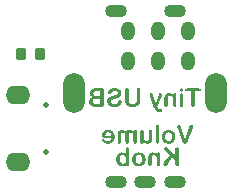
<source format=gbr>
%TF.GenerationSoftware,Altium Limited,Altium Designer,20.1.8 (145)*%
G04 Layer_Color=417716*
%FSLAX44Y44*%
%MOMM*%
%TF.SameCoordinates,E54140C2-77ED-4701-9F9C-26571285D32F*%
%TF.FilePolarity,Negative*%
%TF.FileFunction,Soldermask,Bot*%
%TF.Part,Single*%
G01*
G75*
%TA.AperFunction,SMDPad,CuDef*%
G04:AMPARAMS|DCode=33|XSize=1mm|YSize=0.8mm|CornerRadius=0.0535mm|HoleSize=0mm|Usage=FLASHONLY|Rotation=90.000|XOffset=0mm|YOffset=0mm|HoleType=Round|Shape=RoundedRectangle|*
%AMROUNDEDRECTD33*
21,1,1.0000,0.6930,0,0,90.0*
21,1,0.8930,0.8000,0,0,90.0*
1,1,0.1070,0.3465,0.4465*
1,1,0.1070,0.3465,-0.4465*
1,1,0.1070,-0.3465,-0.4465*
1,1,0.1070,-0.3465,0.4465*
%
%ADD33ROUNDEDRECTD33*%
%TA.AperFunction,ComponentPad*%
%ADD34C,0.5000*%
%ADD35O,2.1000X1.6000*%
G04:AMPARAMS|DCode=36|XSize=1.85mm|YSize=3.35mm|CornerRadius=0.925mm|HoleSize=0mm|Usage=FLASHONLY|Rotation=180.000|XOffset=0mm|YOffset=0mm|HoleType=Round|Shape=RoundedRectangle|*
%AMROUNDEDRECTD36*
21,1,1.8500,1.5000,0,0,180.0*
21,1,0.0000,3.3500,0,0,180.0*
1,1,1.8500,0.0000,0.7500*
1,1,1.8500,0.0000,0.7500*
1,1,1.8500,0.0000,-0.7500*
1,1,1.8500,0.0000,-0.7500*
%
%ADD36ROUNDEDRECTD36*%
%ADD37O,1.8500X3.3500*%
%ADD38O,1.8500X1.1000*%
G04:AMPARAMS|DCode=39|XSize=1.2mm|YSize=1.6mm|CornerRadius=0.6mm|HoleSize=0mm|Usage=FLASHONLY|Rotation=0.000|XOffset=0mm|YOffset=0mm|HoleType=Round|Shape=RoundedRectangle|*
%AMROUNDEDRECTD39*
21,1,1.2000,0.4000,0,0,0.0*
21,1,0.0000,1.6000,0,0,0.0*
1,1,1.2000,0.0000,-0.2000*
1,1,1.2000,0.0000,-0.2000*
1,1,1.2000,0.0000,0.2000*
1,1,1.2000,0.0000,0.2000*
%
%ADD39ROUNDEDRECTD39*%
G36*
X10180521Y10086775D02*
X10180707Y10086729D01*
X10180892Y10086683D01*
X10181031Y10086613D01*
X10181169Y10086520D01*
X10181262Y10086474D01*
X10181309Y10086428D01*
X10181331Y10086405D01*
X10181470Y10086243D01*
X10181562Y10086081D01*
X10181655Y10085919D01*
X10181702Y10085757D01*
X10181725Y10085595D01*
X10181748Y10085502D01*
Y10085410D01*
Y10085387D01*
X10181725Y10085156D01*
X10181678Y10084947D01*
X10181609Y10084762D01*
X10181540Y10084623D01*
X10181470Y10084507D01*
X10181401Y10084415D01*
X10181354Y10084369D01*
X10181331Y10084346D01*
X10181169Y10084230D01*
X10180984Y10084137D01*
X10180822Y10084091D01*
X10180660Y10084045D01*
X10180521Y10084022D01*
X10180406Y10083998D01*
X10180313D01*
X10180105Y10084022D01*
X10179920Y10084068D01*
X10179734Y10084114D01*
X10179596Y10084183D01*
X10179481Y10084253D01*
X10179388Y10084323D01*
X10179341Y10084346D01*
X10179318Y10084369D01*
X10179180Y10084531D01*
X10179064Y10084692D01*
X10178994Y10084855D01*
X10178925Y10085016D01*
X10178902Y10085156D01*
X10178879Y10085271D01*
Y10085364D01*
Y10085387D01*
X10178902Y10085641D01*
X10178948Y10085850D01*
X10179017Y10086011D01*
X10179087Y10086174D01*
X10179180Y10086289D01*
X10179249Y10086359D01*
X10179295Y10086405D01*
X10179318Y10086428D01*
X10179481Y10086544D01*
X10179666Y10086636D01*
X10179827Y10086706D01*
X10179989Y10086752D01*
X10180105Y10086775D01*
X10180221Y10086798D01*
X10180313D01*
X10180521Y10086775D01*
D02*
G37*
G36*
X10174875Y10082610D02*
X10175060Y10082564D01*
X10175223Y10082495D01*
X10175361Y10082425D01*
X10175477Y10082355D01*
X10175547Y10082286D01*
X10175593Y10082240D01*
X10175616Y10082217D01*
X10175732Y10082054D01*
X10175825Y10081846D01*
X10175870Y10081638D01*
X10175917Y10081453D01*
X10175940Y10081268D01*
X10175963Y10081129D01*
Y10081036D01*
Y10080991D01*
Y10072683D01*
X10175940Y10072382D01*
X10175894Y10072128D01*
X10175847Y10071896D01*
X10175755Y10071735D01*
X10175685Y10071572D01*
X10175639Y10071480D01*
X10175593Y10071411D01*
X10175569Y10071387D01*
X10175408Y10071249D01*
X10175246Y10071133D01*
X10175084Y10071063D01*
X10174922Y10070994D01*
X10174760Y10070971D01*
X10174644Y10070948D01*
X10174551D01*
X10174320Y10070971D01*
X10174112Y10071017D01*
X10173927Y10071086D01*
X10173788Y10071156D01*
X10173672Y10071226D01*
X10173580Y10071295D01*
X10173533Y10071341D01*
X10173510Y10071364D01*
X10173372Y10071550D01*
X10173279Y10071758D01*
X10173187Y10071966D01*
X10173140Y10072197D01*
X10173117Y10072382D01*
X10173094Y10072545D01*
Y10072637D01*
Y10072683D01*
Y10076293D01*
Y10076617D01*
Y10076895D01*
X10173071Y10077172D01*
Y10077404D01*
X10173047Y10077635D01*
X10173024Y10077820D01*
X10172978Y10078144D01*
X10172955Y10078375D01*
X10172909Y10078561D01*
X10172886Y10078653D01*
Y10078676D01*
X10172770Y10078954D01*
X10172631Y10079208D01*
X10172469Y10079440D01*
X10172330Y10079625D01*
X10172191Y10079764D01*
X10172076Y10079857D01*
X10172006Y10079926D01*
X10171983Y10079949D01*
X10171729Y10080111D01*
X10171497Y10080226D01*
X10171243Y10080296D01*
X10171035Y10080366D01*
X10170849Y10080389D01*
X10170710Y10080412D01*
X10170572D01*
X10170155Y10080389D01*
X10169831Y10080296D01*
X10169553Y10080181D01*
X10169345Y10080042D01*
X10169183Y10079880D01*
X10169067Y10079764D01*
X10169021Y10079671D01*
X10168998Y10079648D01*
X10168859Y10079348D01*
X10168766Y10078977D01*
X10168674Y10078630D01*
X10168628Y10078283D01*
X10168605Y10077959D01*
X10168582Y10077704D01*
Y10077612D01*
Y10077543D01*
Y10077496D01*
Y10077473D01*
Y10072683D01*
X10168558Y10072382D01*
X10168512Y10072128D01*
X10168466Y10071896D01*
X10168373Y10071735D01*
X10168304Y10071572D01*
X10168257Y10071480D01*
X10168212Y10071411D01*
X10168188Y10071387D01*
X10168026Y10071249D01*
X10167864Y10071133D01*
X10167679Y10071063D01*
X10167517Y10070994D01*
X10167379Y10070971D01*
X10167263Y10070948D01*
X10167147D01*
X10166916Y10070971D01*
X10166730Y10071017D01*
X10166545Y10071086D01*
X10166406Y10071179D01*
X10166291Y10071249D01*
X10166198Y10071318D01*
X10166152Y10071364D01*
X10166129Y10071387D01*
X10165990Y10071572D01*
X10165897Y10071781D01*
X10165805Y10071989D01*
X10165759Y10072197D01*
X10165735Y10072382D01*
X10165712Y10072545D01*
Y10072637D01*
Y10072683D01*
Y10078029D01*
Y10078375D01*
X10165735Y10078676D01*
Y10078931D01*
X10165759Y10079163D01*
X10165782Y10079348D01*
Y10079463D01*
X10165805Y10079556D01*
Y10079579D01*
X10165897Y10080018D01*
X10165967Y10080226D01*
X10166013Y10080389D01*
X10166083Y10080527D01*
X10166129Y10080643D01*
X10166152Y10080713D01*
X10166175Y10080735D01*
X10166360Y10081060D01*
X10166569Y10081337D01*
X10166800Y10081569D01*
X10167008Y10081777D01*
X10167216Y10081916D01*
X10167379Y10082032D01*
X10167471Y10082101D01*
X10167517Y10082124D01*
X10167864Y10082286D01*
X10168212Y10082425D01*
X10168558Y10082518D01*
X10168882Y10082564D01*
X10169137Y10082610D01*
X10169368Y10082633D01*
X10169553D01*
X10169970Y10082610D01*
X10170363Y10082564D01*
X10170710Y10082471D01*
X10171011Y10082402D01*
X10171266Y10082309D01*
X10171451Y10082217D01*
X10171567Y10082170D01*
X10171613Y10082147D01*
X10171937Y10081962D01*
X10172261Y10081731D01*
X10172538Y10081476D01*
X10172793Y10081245D01*
X10172978Y10081036D01*
X10173140Y10080851D01*
X10173232Y10080735D01*
X10173279Y10080713D01*
Y10081036D01*
X10173302Y10081384D01*
X10173325Y10081522D01*
X10173372Y10081661D01*
X10173395Y10081754D01*
X10173441Y10081823D01*
X10173464Y10081870D01*
Y10081893D01*
X10173626Y10082147D01*
X10173765Y10082309D01*
X10173904Y10082425D01*
X10173927Y10082448D01*
X10173950D01*
X10174182Y10082564D01*
X10174413Y10082610D01*
X10174505Y10082633D01*
X10174644D01*
X10174875Y10082610D01*
D02*
G37*
G36*
X10162658D02*
X10162889Y10082541D01*
X10162959Y10082495D01*
X10163028Y10082448D01*
X10163074Y10082425D01*
X10163098D01*
X10163306Y10082263D01*
X10163468Y10082101D01*
X10163560Y10081962D01*
X10163607Y10081939D01*
Y10081916D01*
X10163723Y10081685D01*
X10163768Y10081476D01*
X10163792Y10081384D01*
Y10081314D01*
Y10081268D01*
Y10081245D01*
X10163768Y10081106D01*
X10163746Y10080921D01*
X10163630Y10080551D01*
X10163560Y10080389D01*
X10163514Y10080250D01*
X10163491Y10080157D01*
X10163468Y10080134D01*
X10159927Y10071202D01*
X10160205Y10070577D01*
X10160321Y10070323D01*
X10160413Y10070115D01*
X10160506Y10069930D01*
X10160576Y10069791D01*
X10160645Y10069675D01*
X10160691Y10069583D01*
X10160737Y10069536D01*
Y10069513D01*
X10160899Y10069282D01*
X10161061Y10069120D01*
X10161200Y10069027D01*
X10161223Y10069004D01*
X10161246D01*
X10161478Y10068912D01*
X10161732Y10068865D01*
X10161848Y10068842D01*
X10162010D01*
X10162172Y10068865D01*
X10162334Y10068889D01*
X10162450Y10068912D01*
X10162496D01*
X10162658Y10068958D01*
X10162797Y10068981D01*
X10163144D01*
X10163329Y10068934D01*
X10163491Y10068912D01*
X10163607Y10068865D01*
X10163699Y10068819D01*
X10163792Y10068773D01*
X10163815Y10068749D01*
X10163838Y10068726D01*
X10163931Y10068611D01*
X10164000Y10068495D01*
X10164092Y10068240D01*
X10164116Y10068125D01*
X10164139Y10068032D01*
Y10067963D01*
Y10067939D01*
X10164116Y10067685D01*
X10164046Y10067477D01*
X10163931Y10067315D01*
X10163815Y10067176D01*
X10163723Y10067061D01*
X10163607Y10066991D01*
X10163537Y10066968D01*
X10163514Y10066945D01*
X10163237Y10066852D01*
X10162936Y10066783D01*
X10162612Y10066736D01*
X10162311Y10066713D01*
X10162033Y10066690D01*
X10161802Y10066667D01*
X10161594D01*
X10161131Y10066690D01*
X10160714Y10066736D01*
X10160367Y10066806D01*
X10160067Y10066875D01*
X10159835Y10066945D01*
X10159673Y10067014D01*
X10159557Y10067061D01*
X10159534Y10067084D01*
X10159257Y10067245D01*
X10159025Y10067430D01*
X10158817Y10067616D01*
X10158632Y10067801D01*
X10158493Y10067963D01*
X10158400Y10068102D01*
X10158331Y10068194D01*
X10158307Y10068217D01*
X10158123Y10068518D01*
X10157961Y10068842D01*
X10157798Y10069166D01*
X10157660Y10069490D01*
X10157544Y10069791D01*
X10157452Y10070022D01*
X10157405Y10070115D01*
X10157382Y10070184D01*
X10157359Y10070208D01*
Y10070231D01*
X10153610Y10080042D01*
X10153518Y10080319D01*
X10153472Y10080551D01*
X10153425Y10080643D01*
Y10080713D01*
X10153402Y10080759D01*
Y10080782D01*
X10153333Y10081036D01*
X10153287Y10081222D01*
X10153240Y10081314D01*
Y10081360D01*
X10153264Y10081592D01*
X10153333Y10081777D01*
X10153402Y10081916D01*
X10153425Y10081939D01*
Y10081962D01*
X10153564Y10082170D01*
X10153726Y10082309D01*
X10153842Y10082425D01*
X10153865Y10082448D01*
X10153888D01*
X10154119Y10082564D01*
X10154305Y10082610D01*
X10154467Y10082633D01*
X10154513D01*
X10154814Y10082610D01*
X10155022Y10082564D01*
X10155161Y10082495D01*
X10155184Y10082471D01*
X10155207D01*
X10155300Y10082402D01*
X10155392Y10082309D01*
X10155554Y10082101D01*
X10155601Y10082009D01*
X10155647Y10081916D01*
X10155693Y10081870D01*
Y10081846D01*
X10155762Y10081661D01*
X10155855Y10081476D01*
X10156017Y10081060D01*
X10156086Y10080875D01*
X10156133Y10080735D01*
X10156156Y10080643D01*
X10156179Y10080597D01*
X10158470Y10074025D01*
X10160899Y10081083D01*
X10160992Y10081337D01*
X10161108Y10081569D01*
X10161200Y10081777D01*
X10161293Y10081939D01*
X10161362Y10082054D01*
X10161431Y10082147D01*
X10161454Y10082194D01*
X10161478Y10082217D01*
X10161594Y10082355D01*
X10161755Y10082448D01*
X10161895Y10082541D01*
X10162056Y10082587D01*
X10162195Y10082610D01*
X10162311Y10082633D01*
X10162404D01*
X10162658Y10082610D01*
D02*
G37*
G36*
X10144239Y10086891D02*
X10144447Y10086844D01*
X10144633Y10086752D01*
X10144794Y10086683D01*
X10144933Y10086590D01*
X10145026Y10086498D01*
X10145072Y10086451D01*
X10145095Y10086428D01*
X10145234Y10086243D01*
X10145327Y10086011D01*
X10145419Y10085780D01*
X10145466Y10085549D01*
X10145488Y10085341D01*
X10145511Y10085178D01*
Y10085063D01*
Y10085016D01*
Y10077589D01*
X10145488Y10076964D01*
X10145443Y10076385D01*
X10145396Y10075853D01*
X10145327Y10075414D01*
X10145257Y10075043D01*
X10145234Y10074905D01*
X10145188Y10074789D01*
X10145165Y10074697D01*
Y10074627D01*
X10145142Y10074581D01*
Y10074557D01*
X10144979Y10074118D01*
X10144794Y10073701D01*
X10144609Y10073354D01*
X10144401Y10073054D01*
X10144239Y10072822D01*
X10144100Y10072637D01*
X10144008Y10072545D01*
X10143961Y10072498D01*
X10143637Y10072220D01*
X10143290Y10071989D01*
X10142943Y10071781D01*
X10142619Y10071619D01*
X10142318Y10071480D01*
X10142087Y10071387D01*
X10141995Y10071364D01*
X10141925Y10071341D01*
X10141902Y10071318D01*
X10141879D01*
X10141370Y10071202D01*
X10140861Y10071110D01*
X10140328Y10071040D01*
X10139843Y10070994D01*
X10139426Y10070971D01*
X10139264D01*
X10139102Y10070948D01*
X10138801D01*
X10138246Y10070971D01*
X10137760Y10070994D01*
X10137321Y10071063D01*
X10136927Y10071133D01*
X10136626Y10071179D01*
X10136371Y10071249D01*
X10136302Y10071272D01*
X10136233D01*
X10136210Y10071295D01*
X10136187D01*
X10135793Y10071434D01*
X10135400Y10071619D01*
X10135076Y10071804D01*
X10134775Y10071989D01*
X10134543Y10072151D01*
X10134359Y10072290D01*
X10134266Y10072405D01*
X10134219Y10072429D01*
X10133873Y10072776D01*
X10133595Y10073146D01*
X10133364Y10073493D01*
X10133201Y10073817D01*
X10133063Y10074118D01*
X10132970Y10074326D01*
X10132947Y10074419D01*
X10132924Y10074488D01*
X10132901Y10074511D01*
Y10074534D01*
X10132785Y10075020D01*
X10132692Y10075529D01*
X10132623Y10076038D01*
X10132577Y10076525D01*
X10132554Y10076941D01*
X10132531Y10077126D01*
Y10077288D01*
Y10077404D01*
Y10077520D01*
Y10077565D01*
Y10077589D01*
Y10085016D01*
X10132554Y10085341D01*
X10132600Y10085641D01*
X10132669Y10085873D01*
X10132739Y10086081D01*
X10132831Y10086243D01*
X10132901Y10086335D01*
X10132947Y10086405D01*
X10132970Y10086428D01*
X10133155Y10086590D01*
X10133340Y10086706D01*
X10133525Y10086798D01*
X10133710Y10086844D01*
X10133873Y10086891D01*
X10134011Y10086914D01*
X10134127D01*
X10134382Y10086891D01*
X10134590Y10086844D01*
X10134775Y10086752D01*
X10134937Y10086683D01*
X10135076Y10086590D01*
X10135168Y10086498D01*
X10135215Y10086451D01*
X10135237Y10086428D01*
X10135377Y10086243D01*
X10135469Y10086011D01*
X10135562Y10085780D01*
X10135608Y10085549D01*
X10135631Y10085341D01*
X10135654Y10085178D01*
Y10085063D01*
Y10085016D01*
Y10077335D01*
Y10076987D01*
X10135677Y10076640D01*
X10135724Y10076339D01*
X10135770Y10076038D01*
X10135839Y10075784D01*
X10135886Y10075529D01*
X10136025Y10075136D01*
X10136187Y10074812D01*
X10136302Y10074581D01*
X10136395Y10074442D01*
X10136418Y10074396D01*
X10136580Y10074233D01*
X10136742Y10074072D01*
X10137135Y10073840D01*
X10137575Y10073655D01*
X10137991Y10073539D01*
X10138384Y10073470D01*
X10138570Y10073447D01*
X10138708D01*
X10138824Y10073423D01*
X10139009D01*
X10139472Y10073447D01*
X10139889Y10073493D01*
X10140259Y10073563D01*
X10140560Y10073655D01*
X10140791Y10073748D01*
X10140953Y10073817D01*
X10141046Y10073864D01*
X10141092Y10073887D01*
X10141346Y10074095D01*
X10141555Y10074303D01*
X10141740Y10074534D01*
X10141879Y10074742D01*
X10141971Y10074928D01*
X10142040Y10075090D01*
X10142087Y10075182D01*
X10142110Y10075229D01*
X10142203Y10075576D01*
X10142272Y10075946D01*
X10142318Y10076293D01*
X10142341Y10076640D01*
X10142365Y10076941D01*
X10142388Y10077195D01*
Y10077288D01*
Y10077357D01*
Y10077380D01*
Y10077404D01*
Y10085016D01*
X10142411Y10085341D01*
X10142457Y10085641D01*
X10142527Y10085873D01*
X10142596Y10086081D01*
X10142689Y10086243D01*
X10142758Y10086335D01*
X10142805Y10086405D01*
X10142828Y10086428D01*
X10142990Y10086590D01*
X10143174Y10086706D01*
X10143383Y10086798D01*
X10143568Y10086844D01*
X10143730Y10086891D01*
X10143868Y10086914D01*
X10143984D01*
X10144239Y10086891D01*
D02*
G37*
G36*
X10113209Y10086636D02*
X10113510Y10086590D01*
X10113765Y10086520D01*
X10113973Y10086428D01*
X10114135Y10086335D01*
X10114227Y10086266D01*
X10114297Y10086220D01*
X10114319Y10086197D01*
X10114459Y10086011D01*
X10114575Y10085780D01*
X10114644Y10085549D01*
X10114713Y10085294D01*
X10114736Y10085086D01*
X10114760Y10084901D01*
Y10084785D01*
Y10084762D01*
Y10084739D01*
Y10073100D01*
X10114736Y10072753D01*
X10114690Y10072452D01*
X10114620Y10072197D01*
X10114551Y10071989D01*
X10114482Y10071850D01*
X10114412Y10071735D01*
X10114366Y10071665D01*
X10114343Y10071642D01*
X10114158Y10071503D01*
X10113926Y10071387D01*
X10113672Y10071318D01*
X10113441Y10071249D01*
X10113209Y10071226D01*
X10113024Y10071202D01*
X10107702D01*
X10107285Y10071226D01*
X10106938Y10071249D01*
X10106614Y10071272D01*
X10106360D01*
X10106175Y10071295D01*
X10106059Y10071318D01*
X10106013D01*
X10105666Y10071364D01*
X10105365Y10071434D01*
X10105087Y10071503D01*
X10104856Y10071572D01*
X10104670Y10071642D01*
X10104509Y10071688D01*
X10104416Y10071711D01*
X10104393Y10071735D01*
X10104000Y10071943D01*
X10103629Y10072174D01*
X10103328Y10072429D01*
X10103074Y10072683D01*
X10102866Y10072914D01*
X10102704Y10073100D01*
X10102611Y10073215D01*
X10102588Y10073262D01*
X10102357Y10073655D01*
X10102195Y10074072D01*
X10102079Y10074465D01*
X10102010Y10074812D01*
X10101940Y10075136D01*
X10101917Y10075391D01*
Y10075483D01*
Y10075552D01*
Y10075576D01*
Y10075599D01*
X10101940Y10076108D01*
X10102056Y10076570D01*
X10102195Y10076987D01*
X10102403Y10077380D01*
X10102634Y10077704D01*
X10102889Y10078029D01*
X10103167Y10078306D01*
X10103444Y10078538D01*
X10103722Y10078746D01*
X10104000Y10078907D01*
X10104254Y10079070D01*
X10104485Y10079185D01*
X10104694Y10079255D01*
X10104833Y10079324D01*
X10104925Y10079371D01*
X10104971D01*
X10104555Y10079579D01*
X10104208Y10079833D01*
X10103907Y10080088D01*
X10103629Y10080366D01*
X10103398Y10080643D01*
X10103213Y10080921D01*
X10103074Y10081199D01*
X10102935Y10081476D01*
X10102842Y10081731D01*
X10102773Y10081985D01*
X10102727Y10082194D01*
X10102704Y10082402D01*
X10102681Y10082541D01*
X10102657Y10082679D01*
Y10082749D01*
Y10082772D01*
X10102704Y10083258D01*
X10102727Y10083466D01*
X10102773Y10083651D01*
X10102819Y10083813D01*
X10102842Y10083952D01*
X10102889Y10084022D01*
Y10084045D01*
X10103074Y10084484D01*
X10103167Y10084669D01*
X10103282Y10084832D01*
X10103375Y10084970D01*
X10103444Y10085063D01*
X10103491Y10085132D01*
X10103514Y10085155D01*
X10103838Y10085502D01*
X10104000Y10085641D01*
X10104161Y10085757D01*
X10104277Y10085850D01*
X10104393Y10085942D01*
X10104462Y10085965D01*
X10104485Y10085988D01*
X10104740Y10086127D01*
X10104995Y10086243D01*
X10105226Y10086335D01*
X10105457Y10086405D01*
X10105643Y10086451D01*
X10105804Y10086497D01*
X10105897Y10086520D01*
X10105944D01*
X10106267Y10086567D01*
X10106591Y10086613D01*
X10106915Y10086636D01*
X10107216D01*
X10107471Y10086660D01*
X10112862D01*
X10113209Y10086636D01*
D02*
G37*
G36*
X10195238Y10086636D02*
X10195469Y10086613D01*
X10195678Y10086544D01*
X10195840Y10086474D01*
X10195979Y10086405D01*
X10196071Y10086359D01*
X10196118Y10086312D01*
X10196141Y10086289D01*
X10196279Y10086151D01*
X10196372Y10085988D01*
X10196442Y10085826D01*
X10196487Y10085688D01*
X10196511Y10085549D01*
X10196534Y10085433D01*
Y10085364D01*
Y10085341D01*
X10196511Y10085132D01*
X10196465Y10084947D01*
X10196418Y10084785D01*
X10196349Y10084669D01*
X10196279Y10084554D01*
X10196210Y10084484D01*
X10196187Y10084438D01*
X10196164Y10084415D01*
X10196002Y10084299D01*
X10195817Y10084207D01*
X10195609Y10084160D01*
X10195424Y10084114D01*
X10195238Y10084091D01*
X10195099Y10084068D01*
X10191536D01*
Y10072845D01*
X10191513Y10072498D01*
X10191467Y10072220D01*
X10191397Y10071966D01*
X10191328Y10071758D01*
X10191258Y10071619D01*
X10191189Y10071503D01*
X10191143Y10071434D01*
X10191119Y10071411D01*
X10190934Y10071249D01*
X10190749Y10071133D01*
X10190564Y10071063D01*
X10190379Y10071017D01*
X10190217Y10070971D01*
X10190101Y10070948D01*
X10189985D01*
X10189731Y10070971D01*
X10189523Y10071017D01*
X10189315Y10071086D01*
X10189152Y10071179D01*
X10189037Y10071272D01*
X10188921Y10071341D01*
X10188875Y10071387D01*
X10188852Y10071411D01*
X10188713Y10071595D01*
X10188597Y10071827D01*
X10188528Y10072059D01*
X10188458Y10072313D01*
X10188435Y10072521D01*
X10188412Y10072683D01*
Y10072799D01*
Y10072845D01*
Y10084068D01*
X10185010D01*
X10184733Y10084091D01*
X10184478Y10084114D01*
X10184270Y10084183D01*
X10184108Y10084253D01*
X10183969Y10084299D01*
X10183877Y10084369D01*
X10183831Y10084392D01*
X10183807Y10084415D01*
X10183668Y10084554D01*
X10183576Y10084716D01*
X10183506Y10084855D01*
X10183460Y10085016D01*
X10183437Y10085132D01*
X10183414Y10085248D01*
Y10085317D01*
Y10085341D01*
X10183437Y10085549D01*
X10183483Y10085734D01*
X10183530Y10085896D01*
X10183599Y10086035D01*
X10183691Y10086151D01*
X10183738Y10086220D01*
X10183784Y10086266D01*
X10183807Y10086289D01*
X10183969Y10086405D01*
X10184155Y10086498D01*
X10184363Y10086567D01*
X10184548Y10086613D01*
X10184733Y10086636D01*
X10184872Y10086660D01*
X10194960D01*
X10195238Y10086636D01*
D02*
G37*
G36*
X10180568Y10082610D02*
X10180753Y10082564D01*
X10180938Y10082495D01*
X10181077Y10082425D01*
X10181193Y10082332D01*
X10181285Y10082263D01*
X10181331Y10082217D01*
X10181354Y10082194D01*
X10181494Y10082009D01*
X10181586Y10081800D01*
X10181655Y10081592D01*
X10181702Y10081384D01*
X10181725Y10081199D01*
X10181748Y10081036D01*
Y10080944D01*
Y10080898D01*
Y10072683D01*
X10181725Y10072382D01*
X10181678Y10072128D01*
X10181632Y10071896D01*
X10181540Y10071735D01*
X10181470Y10071572D01*
X10181424Y10071480D01*
X10181378Y10071411D01*
X10181354Y10071387D01*
X10181193Y10071249D01*
X10181031Y10071133D01*
X10180869Y10071063D01*
X10180707Y10070994D01*
X10180544Y10070971D01*
X10180429Y10070948D01*
X10180336D01*
X10180105Y10070971D01*
X10179920Y10071017D01*
X10179734Y10071086D01*
X10179573Y10071179D01*
X10179457Y10071249D01*
X10179365Y10071318D01*
X10179318Y10071364D01*
X10179295Y10071387D01*
X10179156Y10071572D01*
X10179064Y10071781D01*
X10178971Y10071989D01*
X10178925Y10072197D01*
X10178902Y10072382D01*
X10178879Y10072545D01*
Y10072637D01*
Y10072683D01*
Y10080991D01*
X10178902Y10081268D01*
X10178948Y10081499D01*
X10179017Y10081708D01*
X10179087Y10081870D01*
X10179156Y10082009D01*
X10179225Y10082124D01*
X10179272Y10082170D01*
X10179295Y10082194D01*
X10179457Y10082332D01*
X10179642Y10082448D01*
X10179804Y10082518D01*
X10179966Y10082587D01*
X10180105Y10082610D01*
X10180221Y10082633D01*
X10180336D01*
X10180568Y10082610D01*
D02*
G37*
G36*
X10124224Y10086891D02*
X10124802Y10086821D01*
X10125334Y10086752D01*
X10125797Y10086660D01*
X10125982Y10086590D01*
X10126167Y10086544D01*
X10126306Y10086498D01*
X10126445Y10086474D01*
X10126537Y10086428D01*
X10126606Y10086405D01*
X10126653Y10086382D01*
X10126676D01*
X10127139Y10086174D01*
X10127532Y10085919D01*
X10127880Y10085665D01*
X10128157Y10085410D01*
X10128389Y10085201D01*
X10128527Y10085016D01*
X10128643Y10084901D01*
X10128666Y10084878D01*
Y10084855D01*
X10128898Y10084461D01*
X10129059Y10084091D01*
X10129199Y10083698D01*
X10129268Y10083350D01*
X10129314Y10083050D01*
X10129337Y10082795D01*
X10129360Y10082703D01*
Y10082633D01*
Y10082610D01*
Y10082587D01*
X10129337Y10082101D01*
X10129268Y10081661D01*
X10129152Y10081291D01*
X10129036Y10080967D01*
X10128921Y10080690D01*
X10128805Y10080504D01*
X10128735Y10080389D01*
X10128712Y10080342D01*
X10128458Y10080018D01*
X10128157Y10079741D01*
X10127880Y10079486D01*
X10127579Y10079278D01*
X10127347Y10079116D01*
X10127139Y10079000D01*
X10127000Y10078931D01*
X10126977Y10078907D01*
X10126954D01*
X10126514Y10078723D01*
X10126028Y10078561D01*
X10125566Y10078398D01*
X10125126Y10078260D01*
X10124733Y10078167D01*
X10124570Y10078121D01*
X10124432Y10078075D01*
X10124316Y10078052D01*
X10124224Y10078029D01*
X10124177Y10078005D01*
X10124154D01*
X10123715Y10077913D01*
X10123321Y10077797D01*
X10122974Y10077704D01*
X10122696Y10077635D01*
X10122465Y10077565D01*
X10122303Y10077520D01*
X10122187Y10077496D01*
X10122164Y10077473D01*
X10121909Y10077357D01*
X10121655Y10077242D01*
X10121447Y10077126D01*
X10121285Y10077010D01*
X10121146Y10076895D01*
X10121053Y10076802D01*
X10120984Y10076756D01*
X10120961Y10076733D01*
X10120799Y10076547D01*
X10120683Y10076339D01*
X10120590Y10076131D01*
X10120544Y10075946D01*
X10120498Y10075760D01*
X10120475Y10075622D01*
Y10075529D01*
Y10075483D01*
X10120521Y10075136D01*
X10120613Y10074835D01*
X10120753Y10074557D01*
X10120914Y10074326D01*
X10121077Y10074141D01*
X10121215Y10074002D01*
X10121308Y10073909D01*
X10121354Y10073887D01*
X10121701Y10073678D01*
X10122072Y10073516D01*
X10122465Y10073400D01*
X10122812Y10073331D01*
X10123136Y10073285D01*
X10123391Y10073239D01*
X10123622D01*
X10123969Y10073262D01*
X10124293Y10073285D01*
X10124570Y10073331D01*
X10124802Y10073401D01*
X10124987Y10073447D01*
X10125126Y10073493D01*
X10125219Y10073516D01*
X10125242Y10073539D01*
X10125473Y10073678D01*
X10125658Y10073794D01*
X10125820Y10073932D01*
X10125959Y10074072D01*
X10126074Y10074187D01*
X10126144Y10074280D01*
X10126190Y10074326D01*
X10126213Y10074349D01*
X10126468Y10074766D01*
X10126561Y10074974D01*
X10126653Y10075159D01*
X10126722Y10075344D01*
X10126792Y10075483D01*
X10126815Y10075576D01*
X10126838Y10075599D01*
X10126931Y10075830D01*
X10127047Y10076015D01*
X10127139Y10076177D01*
X10127231Y10076293D01*
X10127324Y10076385D01*
X10127370Y10076478D01*
X10127416Y10076501D01*
X10127440Y10076525D01*
X10127579Y10076640D01*
X10127694Y10076710D01*
X10127972Y10076802D01*
X10128088Y10076825D01*
X10128180Y10076848D01*
X10128273D01*
X10128481Y10076825D01*
X10128690Y10076779D01*
X10128851Y10076710D01*
X10128990Y10076640D01*
X10129106Y10076570D01*
X10129199Y10076501D01*
X10129244Y10076455D01*
X10129268Y10076432D01*
X10129407Y10076270D01*
X10129499Y10076108D01*
X10129568Y10075969D01*
X10129615Y10075807D01*
X10129638Y10075692D01*
X10129661Y10075576D01*
Y10075506D01*
Y10075483D01*
X10129638Y10075113D01*
X10129568Y10074742D01*
X10129453Y10074396D01*
X10129337Y10074095D01*
X10129222Y10073840D01*
X10129106Y10073632D01*
X10129036Y10073493D01*
X10129013Y10073470D01*
Y10073447D01*
X10128735Y10073077D01*
X10128458Y10072753D01*
X10128180Y10072475D01*
X10127903Y10072244D01*
X10127671Y10072059D01*
X10127463Y10071920D01*
X10127347Y10071827D01*
X10127301Y10071804D01*
X10126722Y10071526D01*
X10126074Y10071318D01*
X10125450Y10071156D01*
X10124848Y10071063D01*
X10124594Y10071017D01*
X10124339Y10070994D01*
X10124108Y10070971D01*
X10123900Y10070971D01*
X10123760Y10070948D01*
X10123529D01*
X10122835Y10070971D01*
X10122210Y10071040D01*
X10121655Y10071156D01*
X10121169Y10071272D01*
X10120961Y10071318D01*
X10120776Y10071364D01*
X10120613Y10071434D01*
X10120498Y10071480D01*
X10120382Y10071526D01*
X10120312Y10071550D01*
X10120267Y10071572D01*
X10120244D01*
X10119758Y10071827D01*
X10119318Y10072104D01*
X10118971Y10072405D01*
X10118670Y10072683D01*
X10118439Y10072914D01*
X10118276Y10073123D01*
X10118161Y10073262D01*
X10118138Y10073285D01*
Y10073308D01*
X10117883Y10073748D01*
X10117698Y10074187D01*
X10117582Y10074604D01*
X10117490Y10074997D01*
X10117443Y10075321D01*
X10117397Y10075599D01*
Y10075692D01*
Y10075760D01*
Y10075807D01*
Y10075830D01*
X10117421Y10076247D01*
X10117466Y10076640D01*
X10117536Y10076964D01*
X10117606Y10077265D01*
X10117675Y10077496D01*
X10117744Y10077658D01*
X10117791Y10077751D01*
X10117814Y10077797D01*
X10117976Y10078098D01*
X10118161Y10078353D01*
X10118369Y10078584D01*
X10118554Y10078769D01*
X10118716Y10078931D01*
X10118855Y10079047D01*
X10118948Y10079116D01*
X10118971Y10079139D01*
X10119272Y10079324D01*
X10119572Y10079509D01*
X10119873Y10079648D01*
X10120151Y10079787D01*
X10120405Y10079903D01*
X10120590Y10079972D01*
X10120729Y10080018D01*
X10120753Y10080042D01*
X10120776D01*
X10121586Y10080296D01*
X10121979Y10080412D01*
X10122349Y10080527D01*
X10122673Y10080597D01*
X10122905Y10080667D01*
X10122997Y10080690D01*
X10123066D01*
X10123113Y10080713D01*
X10123136D01*
X10123506Y10080805D01*
X10123807Y10080875D01*
X10124061Y10080944D01*
X10124269Y10081013D01*
X10124432Y10081060D01*
X10124547Y10081083D01*
X10124617Y10081106D01*
X10124640D01*
X10124964Y10081222D01*
X10125265Y10081337D01*
X10125380Y10081407D01*
X10125473Y10081430D01*
X10125519Y10081476D01*
X10125543D01*
X10125843Y10081685D01*
X10126052Y10081870D01*
X10126190Y10082009D01*
X10126213Y10082032D01*
X10126237Y10082054D01*
X10126375Y10082332D01*
X10126445Y10082587D01*
Y10082703D01*
X10126468Y10082795D01*
Y10082841D01*
Y10082864D01*
X10126445Y10083142D01*
X10126352Y10083397D01*
X10126237Y10083605D01*
X10126097Y10083790D01*
X10125959Y10083952D01*
X10125843Y10084068D01*
X10125751Y10084137D01*
X10125728Y10084160D01*
X10125427Y10084346D01*
X10125103Y10084461D01*
X10124778Y10084554D01*
X10124478Y10084623D01*
X10124200Y10084669D01*
X10123992Y10084692D01*
X10123784Y10084692D01*
X10123321Y10084669D01*
X10122950Y10084623D01*
X10122627Y10084531D01*
X10122349Y10084438D01*
X10122164Y10084346D01*
X10122025Y10084253D01*
X10121932Y10084207D01*
X10121909Y10084183D01*
X10121701Y10083998D01*
X10121493Y10083767D01*
X10121308Y10083536D01*
X10121169Y10083327D01*
X10121030Y10083142D01*
X10120938Y10082980D01*
X10120891Y10082888D01*
X10120868Y10082841D01*
X10120753Y10082633D01*
X10120637Y10082448D01*
X10120544Y10082286D01*
X10120452Y10082147D01*
X10120382Y10082054D01*
X10120312Y10081985D01*
X10120290Y10081962D01*
X10120267Y10081939D01*
X10120151Y10081846D01*
X10120012Y10081800D01*
X10119758Y10081708D01*
X10119642D01*
X10119549Y10081685D01*
X10119457D01*
X10119249Y10081708D01*
X10119063Y10081754D01*
X10118901Y10081823D01*
X10118762Y10081916D01*
X10118647Y10081985D01*
X10118554Y10082054D01*
X10118508Y10082101D01*
X10118484Y10082124D01*
X10118346Y10082286D01*
X10118253Y10082471D01*
X10118184Y10082633D01*
X10118138Y10082795D01*
X10118115Y10082934D01*
X10118091Y10083050D01*
Y10083119D01*
Y10083142D01*
X10118115Y10083373D01*
X10118138Y10083582D01*
X10118184Y10083790D01*
X10118253Y10083975D01*
X10118323Y10084137D01*
X10118369Y10084253D01*
X10118392Y10084346D01*
X10118416Y10084369D01*
X10118554Y10084600D01*
X10118693Y10084832D01*
X10118855Y10085040D01*
X10119017Y10085225D01*
X10119179Y10085387D01*
X10119294Y10085502D01*
X10119387Y10085572D01*
X10119410Y10085595D01*
X10119665Y10085803D01*
X10119966Y10085988D01*
X10120244Y10086151D01*
X10120521Y10086289D01*
X10120753Y10086405D01*
X10120938Y10086474D01*
X10121077Y10086520D01*
X10121100Y10086544D01*
X10121122D01*
X10121516Y10086660D01*
X10121956Y10086752D01*
X10122349Y10086821D01*
X10122742Y10086868D01*
X10123066Y10086891D01*
X10123344Y10086914D01*
X10123575D01*
X10124224Y10086891D01*
D02*
G37*
G36*
X10141456Y10051453D02*
X10141641Y10051406D01*
X10141826Y10051337D01*
X10141965Y10051268D01*
X10142081Y10051198D01*
X10142150Y10051129D01*
X10142196Y10051083D01*
X10142219Y10051060D01*
X10142335Y10050897D01*
X10142427Y10050689D01*
X10142497Y10050481D01*
X10142543Y10050295D01*
X10142567Y10050110D01*
X10142589Y10049972D01*
Y10049879D01*
Y10049833D01*
Y10041619D01*
X10142567Y10041295D01*
X10142520Y10041017D01*
X10142474Y10040786D01*
X10142381Y10040601D01*
X10142312Y10040438D01*
X10142266Y10040346D01*
X10142219Y10040276D01*
X10142196Y10040253D01*
X10142034Y10040114D01*
X10141849Y10039999D01*
X10141664Y10039929D01*
X10141502Y10039860D01*
X10141340Y10039836D01*
X10141224Y10039814D01*
X10141108D01*
X10140877Y10039836D01*
X10140669Y10039883D01*
X10140484Y10039952D01*
X10140322Y10040045D01*
X10140206Y10040114D01*
X10140114Y10040184D01*
X10140067Y10040230D01*
X10140044Y10040253D01*
X10139905Y10040438D01*
X10139813Y10040670D01*
X10139720Y10040878D01*
X10139674Y10041110D01*
X10139651Y10041318D01*
X10139628Y10041479D01*
Y10041572D01*
Y10041619D01*
Y10045506D01*
X10139604Y10046154D01*
X10139558Y10046709D01*
X10139489Y10047172D01*
X10139396Y10047565D01*
X10139327Y10047889D01*
X10139257Y10048098D01*
X10139211Y10048236D01*
X10139188Y10048282D01*
X10138979Y10048607D01*
X10138702Y10048838D01*
X10138401Y10049023D01*
X10138101Y10049139D01*
X10137800Y10049208D01*
X10137568Y10049232D01*
X10137476Y10049255D01*
X10137337D01*
X10137083Y10049232D01*
X10136874Y10049185D01*
X10136689Y10049139D01*
X10136550Y10049069D01*
X10136434Y10048977D01*
X10136365Y10048931D01*
X10136319Y10048884D01*
X10136296Y10048861D01*
X10136180Y10048699D01*
X10136087Y10048537D01*
X10135972Y10048214D01*
X10135948Y10048074D01*
X10135925Y10047959D01*
X10135902Y10047889D01*
Y10047866D01*
X10135879Y10047612D01*
X10135856Y10047357D01*
X10135833Y10047079D01*
X10135809Y10046802D01*
Y10046570D01*
Y10046385D01*
Y10046246D01*
Y10046223D01*
Y10046200D01*
Y10041619D01*
X10135787Y10041295D01*
X10135740Y10041017D01*
X10135694Y10040786D01*
X10135601Y10040601D01*
X10135532Y10040438D01*
X10135486Y10040346D01*
X10135439Y10040276D01*
X10135416Y10040253D01*
X10135255Y10040114D01*
X10135069Y10039999D01*
X10134907Y10039929D01*
X10134722Y10039860D01*
X10134583Y10039836D01*
X10134468Y10039814D01*
X10134352D01*
X10134120Y10039836D01*
X10133889Y10039883D01*
X10133704Y10039952D01*
X10133565Y10040045D01*
X10133426Y10040114D01*
X10133334Y10040184D01*
X10133287Y10040230D01*
X10133264Y10040253D01*
X10133126Y10040438D01*
X10133033Y10040670D01*
X10132940Y10040878D01*
X10132894Y10041110D01*
X10132871Y10041318D01*
X10132848Y10041479D01*
Y10041572D01*
Y10041619D01*
Y10045436D01*
Y10045760D01*
X10132825Y10046061D01*
Y10046362D01*
X10132802Y10046617D01*
X10132778Y10046848D01*
X10132755Y10047056D01*
X10132686Y10047404D01*
X10132640Y10047681D01*
X10132593Y10047866D01*
X10132570Y10047982D01*
X10132547Y10048005D01*
X10132316Y10048375D01*
X10132177Y10048537D01*
X10132038Y10048676D01*
X10131945Y10048768D01*
X10131853Y10048838D01*
X10131783Y10048884D01*
X10131760Y10048907D01*
X10131552Y10049023D01*
X10131367Y10049116D01*
X10131182Y10049162D01*
X10131020Y10049208D01*
X10130881Y10049232D01*
X10130765Y10049255D01*
X10130673D01*
X10130418Y10049232D01*
X10130210Y10049185D01*
X10130024Y10049139D01*
X10129863Y10049069D01*
X10129747Y10048977D01*
X10129678Y10048931D01*
X10129631Y10048884D01*
X10129608Y10048861D01*
X10129493Y10048723D01*
X10129400Y10048560D01*
X10129261Y10048259D01*
X10129238Y10048121D01*
X10129215Y10048028D01*
X10129192Y10047959D01*
Y10047936D01*
X10129169Y10047704D01*
X10129146Y10047473D01*
X10129122Y10047218D01*
X10129099Y10046987D01*
Y10046779D01*
Y10046617D01*
Y10046501D01*
Y10046454D01*
Y10041619D01*
X10129076Y10041295D01*
X10129030Y10041017D01*
X10128961Y10040786D01*
X10128891Y10040601D01*
X10128821Y10040438D01*
X10128752Y10040346D01*
X10128706Y10040276D01*
X10128683Y10040253D01*
X10128521Y10040114D01*
X10128336Y10039999D01*
X10128174Y10039929D01*
X10127988Y10039860D01*
X10127850Y10039836D01*
X10127734Y10039814D01*
X10127618D01*
X10127387Y10039836D01*
X10127156Y10039883D01*
X10126970Y10039952D01*
X10126832Y10040045D01*
X10126693Y10040114D01*
X10126600Y10040184D01*
X10126554Y10040230D01*
X10126531Y10040253D01*
X10126392Y10040438D01*
X10126299Y10040670D01*
X10126207Y10040878D01*
X10126160Y10041110D01*
X10126137Y10041318D01*
X10126115Y10041479D01*
Y10041572D01*
Y10041619D01*
Y10047218D01*
X10126137Y10047820D01*
X10126160Y10048306D01*
X10126230Y10048745D01*
X10126299Y10049069D01*
X10126368Y10049347D01*
X10126415Y10049532D01*
X10126461Y10049625D01*
X10126484Y10049671D01*
X10126669Y10049972D01*
X10126878Y10050250D01*
X10127086Y10050458D01*
X10127294Y10050643D01*
X10127479Y10050805D01*
X10127642Y10050897D01*
X10127734Y10050967D01*
X10127780Y10050990D01*
X10128104Y10051152D01*
X10128452Y10051268D01*
X10128775Y10051360D01*
X10129099Y10051406D01*
X10129377Y10051453D01*
X10129585Y10051476D01*
X10129794D01*
X10130164Y10051453D01*
X10130511Y10051406D01*
X10130834Y10051337D01*
X10131089Y10051268D01*
X10131321Y10051175D01*
X10131506Y10051105D01*
X10131598Y10051060D01*
X10131644Y10051036D01*
X10131945Y10050851D01*
X10132246Y10050666D01*
X10132501Y10050435D01*
X10132732Y10050226D01*
X10132940Y10050018D01*
X10133079Y10049856D01*
X10133195Y10049764D01*
X10133218Y10049717D01*
X10133403Y10050018D01*
X10133611Y10050295D01*
X10133843Y10050527D01*
X10134028Y10050712D01*
X10134213Y10050851D01*
X10134352Y10050944D01*
X10134445Y10051013D01*
X10134491Y10051036D01*
X10134791Y10051175D01*
X10135115Y10051291D01*
X10135439Y10051360D01*
X10135717Y10051429D01*
X10135972Y10051453D01*
X10136180Y10051476D01*
X10136365D01*
X10136735Y10051453D01*
X10137105Y10051406D01*
X10137429Y10051337D01*
X10137707Y10051268D01*
X10137938Y10051175D01*
X10138101Y10051105D01*
X10138216Y10051060D01*
X10138262Y10051036D01*
X10138586Y10050851D01*
X10138864Y10050666D01*
X10139142Y10050435D01*
X10139373Y10050226D01*
X10139581Y10050018D01*
X10139720Y10049856D01*
X10139836Y10049764D01*
X10139859Y10049717D01*
Y10049995D01*
X10139882Y10050250D01*
X10139929Y10050458D01*
X10139975Y10050643D01*
X10140044Y10050805D01*
X10140137Y10050920D01*
X10140183Y10051013D01*
X10140229Y10051060D01*
X10140253Y10051083D01*
X10140414Y10051221D01*
X10140576Y10051314D01*
X10140739Y10051383D01*
X10140900Y10051429D01*
X10141039Y10051453D01*
X10141155Y10051476D01*
X10141248D01*
X10141456Y10051453D01*
D02*
G37*
G36*
X10188799Y10055757D02*
X10189007Y10055710D01*
X10189193Y10055641D01*
X10189354Y10055548D01*
X10189470Y10055456D01*
X10189586Y10055386D01*
X10189632Y10055340D01*
X10189655Y10055317D01*
X10189794Y10055155D01*
X10189886Y10054970D01*
X10189979Y10054808D01*
X10190025Y10054669D01*
X10190048Y10054530D01*
X10190071Y10054438D01*
Y10054368D01*
Y10054345D01*
Y10054183D01*
X10190048Y10054021D01*
X10190025Y10053882D01*
Y10053859D01*
Y10053836D01*
X10189979Y10053628D01*
X10189910Y10053443D01*
X10189886Y10053304D01*
X10189863Y10053281D01*
Y10053257D01*
X10189771Y10053073D01*
X10189724Y10052888D01*
X10189678Y10052772D01*
X10189655Y10052748D01*
Y10052725D01*
X10185976Y10042729D01*
X10185837Y10042313D01*
X10185768Y10042128D01*
X10185698Y10041965D01*
X10185652Y10041827D01*
X10185605Y10041711D01*
X10185582Y10041642D01*
Y10041619D01*
X10185421Y10041271D01*
X10185351Y10041110D01*
X10185281Y10040970D01*
X10185212Y10040855D01*
X10185166Y10040762D01*
X10185120Y10040716D01*
Y10040693D01*
X10184888Y10040438D01*
X10184657Y10040230D01*
X10184564Y10040161D01*
X10184472Y10040114D01*
X10184426Y10040068D01*
X10184402D01*
X10184240Y10039976D01*
X10184055Y10039929D01*
X10183708Y10039836D01*
X10183569D01*
X10183431Y10039814D01*
X10183338D01*
X10183107Y10039836D01*
X10182899Y10039860D01*
X10182713Y10039906D01*
X10182551Y10039952D01*
X10182435Y10039999D01*
X10182343Y10040022D01*
X10182297Y10040068D01*
X10182274D01*
X10181973Y10040253D01*
X10181765Y10040461D01*
X10181672Y10040554D01*
X10181625Y10040624D01*
X10181580Y10040670D01*
Y10040693D01*
X10181394Y10040994D01*
X10181232Y10041295D01*
X10181186Y10041433D01*
X10181140Y10041526D01*
X10181116Y10041595D01*
Y10041619D01*
X10180955Y10042012D01*
X10180885Y10042197D01*
X10180839Y10042382D01*
X10180770Y10042521D01*
X10180746Y10042637D01*
X10180700Y10042706D01*
Y10042729D01*
X10176951Y10052818D01*
X10176882Y10053003D01*
X10176813Y10053165D01*
X10176790Y10053281D01*
X10176766Y10053327D01*
X10176697Y10053535D01*
X10176650Y10053697D01*
X10176605Y10053813D01*
Y10053859D01*
X10176558Y10054067D01*
X10176535Y10054229D01*
Y10054322D01*
Y10054368D01*
X10176558Y10054623D01*
X10176627Y10054831D01*
X10176674Y10054924D01*
X10176720Y10054993D01*
X10176743Y10055016D01*
Y10055039D01*
X10176905Y10055271D01*
X10177067Y10055433D01*
X10177206Y10055526D01*
X10177252Y10055571D01*
X10177275D01*
X10177530Y10055687D01*
X10177784Y10055757D01*
X10177877Y10055780D01*
X10178201D01*
X10178386Y10055734D01*
X10178548Y10055687D01*
X10178664Y10055641D01*
X10178756Y10055594D01*
X10178826Y10055548D01*
X10178872Y10055526D01*
X10178895Y10055502D01*
X10179080Y10055294D01*
X10179219Y10055109D01*
X10179312Y10054970D01*
X10179335Y10054947D01*
Y10054924D01*
X10179381Y10054785D01*
X10179451Y10054600D01*
X10179589Y10054229D01*
X10179659Y10054067D01*
X10179705Y10053929D01*
X10179728Y10053836D01*
X10179752Y10053790D01*
X10183245Y10043377D01*
X10186763Y10053721D01*
X10186901Y10054091D01*
X10187017Y10054415D01*
X10187133Y10054669D01*
X10187225Y10054901D01*
X10187318Y10055062D01*
X10187387Y10055178D01*
X10187410Y10055248D01*
X10187433Y10055271D01*
X10187573Y10055433D01*
X10187758Y10055571D01*
X10187943Y10055664D01*
X10188128Y10055710D01*
X10188290Y10055757D01*
X10188428Y10055780D01*
X10188568D01*
X10188799Y10055757D01*
D02*
G37*
G36*
X10154368Y10051476D02*
X10154576Y10051429D01*
X10154761Y10051360D01*
X10154900Y10051291D01*
X10155015Y10051198D01*
X10155108Y10051129D01*
X10155154Y10051083D01*
X10155177Y10051060D01*
X10155293Y10050874D01*
X10155386Y10050689D01*
X10155455Y10050458D01*
X10155501Y10050250D01*
X10155524Y10050065D01*
X10155547Y10049902D01*
Y10049810D01*
Y10049764D01*
Y10044071D01*
X10155524Y10043470D01*
X10155455Y10042938D01*
X10155386Y10042498D01*
X10155270Y10042128D01*
X10155177Y10041827D01*
X10155108Y10041619D01*
X10155038Y10041503D01*
X10155015Y10041456D01*
X10154830Y10041179D01*
X10154622Y10040947D01*
X10154413Y10040739D01*
X10154205Y10040577D01*
X10154020Y10040438D01*
X10153881Y10040346D01*
X10153789Y10040276D01*
X10153743Y10040253D01*
X10153419Y10040114D01*
X10153094Y10040022D01*
X10152794Y10039929D01*
X10152493Y10039883D01*
X10152239Y10039860D01*
X10152053Y10039836D01*
X10151567D01*
X10151266Y10039860D01*
X10151012Y10039906D01*
X10150781Y10039952D01*
X10150596Y10039976D01*
X10150457Y10040022D01*
X10150364Y10040045D01*
X10150341D01*
X10149855Y10040230D01*
X10149647Y10040346D01*
X10149462Y10040438D01*
X10149300Y10040554D01*
X10149184Y10040624D01*
X10149115Y10040670D01*
X10149092Y10040693D01*
X10148675Y10041063D01*
X10148490Y10041248D01*
X10148328Y10041410D01*
X10148189Y10041572D01*
X10148096Y10041688D01*
X10148027Y10041780D01*
X10148004Y10041804D01*
Y10041433D01*
X10147981Y10041155D01*
X10147935Y10040924D01*
X10147888Y10040716D01*
X10147819Y10040531D01*
X10147750Y10040415D01*
X10147680Y10040300D01*
X10147657Y10040253D01*
X10147634Y10040230D01*
X10147472Y10040092D01*
X10147310Y10039999D01*
X10147148Y10039929D01*
X10146986Y10039883D01*
X10146847Y10039860D01*
X10146732Y10039836D01*
X10146639D01*
X10146431Y10039860D01*
X10146246Y10039906D01*
X10146083Y10039952D01*
X10145945Y10040045D01*
X10145829Y10040114D01*
X10145759Y10040161D01*
X10145714Y10040207D01*
X10145690Y10040230D01*
X10145551Y10040392D01*
X10145459Y10040577D01*
X10145389Y10040786D01*
X10145343Y10040994D01*
X10145320Y10041179D01*
X10145297Y10041318D01*
Y10041410D01*
Y10041456D01*
Y10049764D01*
X10145320Y10050065D01*
X10145366Y10050342D01*
X10145413Y10050551D01*
X10145482Y10050735D01*
X10145574Y10050874D01*
X10145621Y10050990D01*
X10145667Y10051036D01*
X10145690Y10051060D01*
X10145852Y10051198D01*
X10146014Y10051314D01*
X10146199Y10051383D01*
X10146361Y10051453D01*
X10146500Y10051476D01*
X10146616Y10051499D01*
X10146732D01*
X10146963Y10051476D01*
X10147171Y10051429D01*
X10147356Y10051360D01*
X10147495Y10051291D01*
X10147610Y10051198D01*
X10147703Y10051129D01*
X10147750Y10051083D01*
X10147773Y10051060D01*
X10147911Y10050874D01*
X10148004Y10050666D01*
X10148074Y10050458D01*
X10148120Y10050250D01*
X10148143Y10050065D01*
X10148166Y10049902D01*
Y10049810D01*
Y10049764D01*
Y10046270D01*
Y10045899D01*
Y10045576D01*
X10148189Y10045251D01*
X10148212Y10044997D01*
X10148235Y10044742D01*
Y10044534D01*
X10148259Y10044326D01*
X10148282Y10044164D01*
X10148305Y10044025D01*
X10148328Y10043909D01*
X10148374Y10043724D01*
X10148397Y10043632D01*
X10148420Y10043608D01*
X10148536Y10043354D01*
X10148698Y10043146D01*
X10148860Y10042938D01*
X10148999Y10042775D01*
X10149138Y10042660D01*
X10149254Y10042544D01*
X10149346Y10042498D01*
X10149370Y10042474D01*
X10149601Y10042336D01*
X10149855Y10042243D01*
X10150087Y10042151D01*
X10150295Y10042104D01*
X10150457Y10042081D01*
X10150619Y10042058D01*
X10150734D01*
X10150989Y10042081D01*
X10151221Y10042128D01*
X10151429Y10042174D01*
X10151591Y10042243D01*
X10151730Y10042313D01*
X10151822Y10042382D01*
X10151891Y10042405D01*
X10151915Y10042429D01*
X10152076Y10042590D01*
X10152192Y10042752D01*
X10152308Y10042938D01*
X10152377Y10043099D01*
X10152447Y10043261D01*
X10152493Y10043377D01*
X10152516Y10043470D01*
Y10043493D01*
X10152562Y10043748D01*
X10152609Y10044048D01*
X10152632Y10044326D01*
X10152655Y10044580D01*
X10152678Y10044835D01*
Y10045020D01*
Y10045135D01*
Y10045182D01*
Y10049764D01*
X10152701Y10050065D01*
X10152748Y10050319D01*
X10152817Y10050551D01*
X10152886Y10050735D01*
X10152956Y10050874D01*
X10153026Y10050967D01*
X10153072Y10051036D01*
X10153094Y10051060D01*
X10153257Y10051198D01*
X10153419Y10051314D01*
X10153604Y10051383D01*
X10153766Y10051453D01*
X10153904Y10051476D01*
X10154020Y10051499D01*
X10154136D01*
X10154368Y10051476D01*
D02*
G37*
G36*
X10118687Y10051499D02*
X10119149Y10051453D01*
X10119543Y10051383D01*
X10119890Y10051314D01*
X10120167Y10051245D01*
X10120399Y10051175D01*
X10120538Y10051129D01*
X10120561Y10051105D01*
X10120584D01*
X10120977Y10050944D01*
X10121324Y10050735D01*
X10121625Y10050551D01*
X10121880Y10050342D01*
X10122088Y10050180D01*
X10122250Y10050042D01*
X10122366Y10049949D01*
X10122389Y10049902D01*
X10122643Y10049601D01*
X10122852Y10049277D01*
X10123036Y10048954D01*
X10123199Y10048676D01*
X10123314Y10048422D01*
X10123407Y10048214D01*
X10123453Y10048074D01*
X10123477Y10048051D01*
Y10048028D01*
X10123592Y10047612D01*
X10123685Y10047195D01*
X10123754Y10046802D01*
X10123800Y10046431D01*
X10123823Y10046131D01*
X10123846Y10045876D01*
Y10045784D01*
Y10045714D01*
Y10045691D01*
Y10045668D01*
X10123823Y10045182D01*
X10123777Y10044696D01*
X10123708Y10044280D01*
X10123615Y10043863D01*
X10123499Y10043470D01*
X10123361Y10043123D01*
X10123222Y10042798D01*
X10123083Y10042521D01*
X10122944Y10042243D01*
X10122805Y10042035D01*
X10122667Y10041827D01*
X10122551Y10041665D01*
X10122458Y10041549D01*
X10122389Y10041456D01*
X10122343Y10041410D01*
X10122319Y10041387D01*
X10122018Y10041110D01*
X10121694Y10040878D01*
X10121348Y10040670D01*
X10121000Y10040485D01*
X10120653Y10040323D01*
X10120283Y10040207D01*
X10119589Y10040022D01*
X10119265Y10039952D01*
X10118964Y10039906D01*
X10118710Y10039860D01*
X10118478Y10039836D01*
X10118270Y10039814D01*
X10118015D01*
X10117576Y10039836D01*
X10117159Y10039860D01*
X10116789Y10039906D01*
X10116488Y10039976D01*
X10116210Y10040022D01*
X10116025Y10040068D01*
X10115909Y10040091D01*
X10115864Y10040114D01*
X10115540Y10040253D01*
X10115239Y10040369D01*
X10114961Y10040508D01*
X10114730Y10040624D01*
X10114568Y10040739D01*
X10114429Y10040832D01*
X10114336Y10040878D01*
X10114313Y10040901D01*
X10114081Y10041086D01*
X10113896Y10041271D01*
X10113735Y10041433D01*
X10113619Y10041572D01*
X10113527Y10041711D01*
X10113434Y10041804D01*
X10113411Y10041873D01*
X10113387Y10041896D01*
X10113295Y10042081D01*
X10113203Y10042266D01*
X10113156Y10042429D01*
X10113133Y10042567D01*
X10113110Y10042660D01*
X10113087Y10042752D01*
Y10042798D01*
Y10042822D01*
Y10042983D01*
X10113133Y10043123D01*
X10113226Y10043331D01*
X10113318Y10043447D01*
X10113341Y10043492D01*
X10113364D01*
X10113480Y10043585D01*
X10113596Y10043632D01*
X10113827Y10043724D01*
X10113920D01*
X10114012Y10043748D01*
X10114081D01*
X10114359Y10043724D01*
X10114545Y10043655D01*
X10114660Y10043585D01*
X10114706Y10043562D01*
X10115077Y10043215D01*
X10115215Y10043076D01*
X10115355Y10042960D01*
X10115447Y10042868D01*
X10115516Y10042798D01*
X10115563Y10042775D01*
X10115586Y10042752D01*
X10115840Y10042544D01*
X10116095Y10042359D01*
X10116187Y10042289D01*
X10116257Y10042243D01*
X10116303Y10042220D01*
X10116326Y10042197D01*
X10116627Y10042035D01*
X10116882Y10041920D01*
X10116997Y10041873D01*
X10117090Y10041850D01*
X10117136Y10041827D01*
X10117159D01*
X10117483Y10041757D01*
X10117784Y10041734D01*
X10117900Y10041711D01*
X10118085D01*
X10118362Y10041734D01*
X10118640Y10041780D01*
X10118895Y10041827D01*
X10119103Y10041896D01*
X10119265Y10041965D01*
X10119404Y10042035D01*
X10119496Y10042058D01*
X10119520Y10042081D01*
X10119751Y10042243D01*
X10119936Y10042405D01*
X10120121Y10042590D01*
X10120260Y10042775D01*
X10120375Y10042938D01*
X10120468Y10043076D01*
X10120515Y10043169D01*
X10120538Y10043192D01*
X10120653Y10043493D01*
X10120746Y10043793D01*
X10120815Y10044094D01*
X10120861Y10044349D01*
X10120884Y10044603D01*
X10120908Y10044789D01*
Y10044904D01*
Y10044951D01*
X10115285Y10044951D01*
X10114891Y10044974D01*
X10114545Y10044997D01*
X10114244Y10045043D01*
X10113989Y10045112D01*
X10113804Y10045159D01*
X10113665Y10045205D01*
X10113572Y10045228D01*
X10113550Y10045251D01*
X10113341Y10045413D01*
X10113179Y10045598D01*
X10113087Y10045830D01*
X10112994Y10046085D01*
X10112948Y10046293D01*
X10112925Y10046478D01*
Y10046617D01*
Y10046663D01*
X10112948Y10047103D01*
X10113018Y10047519D01*
X10113110Y10047913D01*
X10113226Y10048259D01*
X10113341Y10048537D01*
X10113434Y10048768D01*
X10113503Y10048907D01*
X10113527Y10048931D01*
Y10048954D01*
X10113781Y10049370D01*
X10114059Y10049717D01*
X10114359Y10050042D01*
X10114660Y10050295D01*
X10114915Y10050527D01*
X10115123Y10050666D01*
X10115285Y10050782D01*
X10115308Y10050805D01*
X10115331D01*
X10115794Y10051036D01*
X10116280Y10051221D01*
X10116766Y10051337D01*
X10117229Y10051429D01*
X10117622Y10051476D01*
X10117784Y10051499D01*
X10117946Y10051522D01*
X10118224D01*
X10118687Y10051499D01*
D02*
G37*
G36*
X10169824Y10051476D02*
X10170264Y10051429D01*
X10170657Y10051360D01*
X10171005Y10051291D01*
X10171306Y10051221D01*
X10171514Y10051152D01*
X10171652Y10051105D01*
X10171675Y10051083D01*
X10171699D01*
X10172092Y10050920D01*
X10172440Y10050712D01*
X10172740Y10050527D01*
X10173018Y10050319D01*
X10173226Y10050157D01*
X10173388Y10050018D01*
X10173480Y10049926D01*
X10173527Y10049879D01*
X10173781Y10049578D01*
X10174012Y10049277D01*
X10174221Y10048954D01*
X10174360Y10048676D01*
X10174499Y10048422D01*
X10174591Y10048214D01*
X10174637Y10048074D01*
X10174661Y10048051D01*
Y10048028D01*
X10174800Y10047612D01*
X10174892Y10047195D01*
X10174962Y10046802D01*
X10175008Y10046431D01*
X10175031Y10046108D01*
X10175054Y10045876D01*
Y10045784D01*
Y10045714D01*
Y10045668D01*
Y10045645D01*
X10175031Y10045182D01*
X10174985Y10044719D01*
X10174938Y10044326D01*
X10174846Y10043979D01*
X10174776Y10043701D01*
X10174730Y10043470D01*
X10174684Y10043331D01*
X10174661Y10043307D01*
Y10043284D01*
X10174499Y10042891D01*
X10174313Y10042544D01*
X10174128Y10042243D01*
X10173943Y10041965D01*
X10173758Y10041734D01*
X10173619Y10041572D01*
X10173527Y10041479D01*
X10173503Y10041433D01*
X10173203Y10041155D01*
X10172902Y10040924D01*
X10172601Y10040716D01*
X10172324Y10040531D01*
X10172069Y10040415D01*
X10171884Y10040300D01*
X10171745Y10040253D01*
X10171699Y10040230D01*
X10171306Y10040092D01*
X10170889Y10039999D01*
X10170496Y10039906D01*
X10170148Y10039860D01*
X10169824Y10039836D01*
X10169570Y10039814D01*
X10169362D01*
X10168876Y10039836D01*
X10168436Y10039883D01*
X10168043Y10039929D01*
X10167696Y10040022D01*
X10167395Y10040092D01*
X10167187Y10040137D01*
X10167048Y10040184D01*
X10167001Y10040207D01*
X10166608Y10040369D01*
X10166261Y10040577D01*
X10165960Y10040762D01*
X10165682Y10040970D01*
X10165474Y10041132D01*
X10165312Y10041271D01*
X10165197Y10041387D01*
X10165173Y10041410D01*
X10164896Y10041711D01*
X10164664Y10042035D01*
X10164479Y10042336D01*
X10164317Y10042637D01*
X10164178Y10042891D01*
X10164086Y10043076D01*
X10164040Y10043215D01*
X10164017Y10043261D01*
X10163878Y10043678D01*
X10163785Y10044094D01*
X10163693Y10044488D01*
X10163646Y10044858D01*
X10163623Y10045182D01*
X10163600Y10045436D01*
Y10045529D01*
Y10045599D01*
Y10045621D01*
Y10045645D01*
X10163623Y10046108D01*
X10163669Y10046570D01*
X10163739Y10046964D01*
X10163809Y10047311D01*
X10163878Y10047612D01*
X10163947Y10047820D01*
X10163994Y10047959D01*
X10164017Y10048005D01*
X10164178Y10048398D01*
X10164363Y10048745D01*
X10164549Y10049069D01*
X10164734Y10049347D01*
X10164919Y10049555D01*
X10165058Y10049717D01*
X10165150Y10049833D01*
X10165173Y10049856D01*
X10165474Y10050134D01*
X10165775Y10050388D01*
X10166076Y10050573D01*
X10166354Y10050759D01*
X10166608Y10050897D01*
X10166793Y10050990D01*
X10166932Y10051036D01*
X10166955Y10051060D01*
X10166978D01*
X10167395Y10051198D01*
X10167788Y10051314D01*
X10168205Y10051383D01*
X10168575Y10051453D01*
X10168899Y10051476D01*
X10169130Y10051499D01*
X10169362D01*
X10169824Y10051476D01*
D02*
G37*
G36*
X10160152Y10055757D02*
X10160361Y10055710D01*
X10160546Y10055641D01*
X10160684Y10055548D01*
X10160800Y10055456D01*
X10160893Y10055386D01*
X10160939Y10055340D01*
X10160962Y10055317D01*
X10161078Y10055132D01*
X10161171Y10054924D01*
X10161240Y10054716D01*
X10161286Y10054507D01*
X10161309Y10054322D01*
X10161332Y10054160D01*
Y10054067D01*
Y10054021D01*
Y10041549D01*
X10161309Y10041248D01*
X10161263Y10040994D01*
X10161216Y10040762D01*
X10161124Y10040601D01*
X10161055Y10040438D01*
X10161008Y10040346D01*
X10160962Y10040276D01*
X10160939Y10040253D01*
X10160777Y10040114D01*
X10160615Y10039999D01*
X10160453Y10039929D01*
X10160291Y10039860D01*
X10160129Y10039836D01*
X10160013Y10039814D01*
X10159921D01*
X10159689Y10039836D01*
X10159481Y10039883D01*
X10159296Y10039952D01*
X10159157Y10040022D01*
X10159042Y10040092D01*
X10158949Y10040161D01*
X10158903Y10040207D01*
X10158879Y10040230D01*
X10158741Y10040415D01*
X10158648Y10040624D01*
X10158555Y10040832D01*
X10158510Y10041063D01*
X10158486Y10041248D01*
X10158463Y10041410D01*
Y10041503D01*
Y10041549D01*
Y10054021D01*
X10158486Y10054322D01*
X10158533Y10054600D01*
X10158602Y10054831D01*
X10158671Y10055016D01*
X10158741Y10055155D01*
X10158810Y10055248D01*
X10158856Y10055317D01*
X10158879Y10055340D01*
X10159042Y10055479D01*
X10159203Y10055594D01*
X10159388Y10055664D01*
X10159551Y10055734D01*
X10159689Y10055757D01*
X10159805Y10055780D01*
X10159921D01*
X10160152Y10055757D01*
D02*
G37*
G36*
X10135127Y10036699D02*
X10135312Y10036653D01*
X10135497Y10036583D01*
X10135636Y10036491D01*
X10135752Y10036398D01*
X10135821Y10036329D01*
X10135867Y10036282D01*
X10135891Y10036259D01*
X10136006Y10036074D01*
X10136099Y10035866D01*
X10136145Y10035658D01*
X10136191Y10035427D01*
X10136215Y10035241D01*
X10136238Y10035079D01*
Y10034987D01*
Y10034940D01*
Y10022399D01*
X10136215Y10022098D01*
X10136191Y10021843D01*
X10136122Y10021635D01*
X10136052Y10021473D01*
X10136006Y10021334D01*
X10135937Y10021219D01*
X10135914Y10021172D01*
X10135891Y10021149D01*
X10135752Y10021011D01*
X10135566Y10020918D01*
X10135405Y10020848D01*
X10135243Y10020802D01*
X10135104Y10020779D01*
X10134988Y10020756D01*
X10134896D01*
X10134688Y10020779D01*
X10134479Y10020825D01*
X10134317Y10020872D01*
X10134178Y10020964D01*
X10134062Y10021034D01*
X10133970Y10021080D01*
X10133924Y10021126D01*
X10133901Y10021149D01*
X10133762Y10021311D01*
X10133669Y10021520D01*
X10133600Y10021728D01*
X10133553Y10021913D01*
X10133530Y10022098D01*
X10133507Y10022237D01*
Y10022330D01*
Y10022375D01*
Y10022676D01*
X10133345Y10022491D01*
X10133206Y10022307D01*
X10133068Y10022167D01*
X10132952Y10022052D01*
X10132883Y10021959D01*
X10132813Y10021890D01*
X10132790Y10021866D01*
X10132767Y10021843D01*
X10132535Y10021635D01*
X10132304Y10021473D01*
X10132188Y10021404D01*
X10132119Y10021357D01*
X10132073Y10021334D01*
X10132050Y10021311D01*
X10131725Y10021149D01*
X10131401Y10021011D01*
X10131263Y10020988D01*
X10131147Y10020941D01*
X10131078Y10020918D01*
X10131055D01*
X10130615Y10020825D01*
X10130406Y10020802D01*
X10130222Y10020779D01*
X10130036Y10020756D01*
X10129805D01*
X10129412Y10020779D01*
X10129041Y10020825D01*
X10128694Y10020895D01*
X10128394Y10020964D01*
X10128162Y10021034D01*
X10127977Y10021103D01*
X10127861Y10021149D01*
X10127815Y10021172D01*
X10127491Y10021357D01*
X10127190Y10021543D01*
X10126935Y10021751D01*
X10126704Y10021959D01*
X10126542Y10022121D01*
X10126403Y10022260D01*
X10126311Y10022375D01*
X10126288Y10022399D01*
X10126057Y10022723D01*
X10125871Y10023047D01*
X10125686Y10023348D01*
X10125547Y10023649D01*
X10125455Y10023903D01*
X10125385Y10024111D01*
X10125339Y10024250D01*
X10125316Y10024273D01*
Y10024296D01*
X10125200Y10024713D01*
X10125107Y10025153D01*
X10125061Y10025546D01*
X10125015Y10025916D01*
X10124992Y10026240D01*
X10124969Y10026495D01*
Y10026587D01*
Y10026656D01*
Y10026680D01*
Y10026703D01*
X10124992Y10027350D01*
X10125061Y10027929D01*
X10125154Y10028438D01*
X10125270Y10028901D01*
X10125385Y10029248D01*
X10125432Y10029410D01*
X10125478Y10029526D01*
X10125524Y10029619D01*
X10125547Y10029688D01*
X10125571Y10029734D01*
Y10029757D01*
X10125825Y10030220D01*
X10126080Y10030613D01*
X10126357Y10030961D01*
X10126635Y10031238D01*
X10126889Y10031447D01*
X10127075Y10031608D01*
X10127213Y10031701D01*
X10127236Y10031724D01*
X10127260D01*
X10127676Y10031956D01*
X10128116Y10032117D01*
X10128532Y10032256D01*
X10128926Y10032325D01*
X10129272Y10032372D01*
X10129412Y10032395D01*
X10129550Y10032418D01*
X10129782D01*
X10130222Y10032395D01*
X10130615Y10032349D01*
X10130985Y10032280D01*
X10131286Y10032187D01*
X10131517Y10032094D01*
X10131702Y10032025D01*
X10131818Y10031979D01*
X10131864Y10031956D01*
X10132165Y10031770D01*
X10132466Y10031562D01*
X10132744Y10031354D01*
X10132998Y10031146D01*
X10133206Y10030961D01*
X10133369Y10030798D01*
X10133461Y10030706D01*
X10133507Y10030660D01*
Y10035056D01*
X10133530Y10035334D01*
X10133553Y10035588D01*
X10133623Y10035797D01*
X10133692Y10035981D01*
X10133762Y10036097D01*
X10133808Y10036213D01*
X10133854Y10036259D01*
X10133878Y10036282D01*
X10134016Y10036422D01*
X10134202Y10036537D01*
X10134363Y10036606D01*
X10134525Y10036676D01*
X10134664Y10036699D01*
X10134780Y10036722D01*
X10134896D01*
X10135127Y10036699D01*
D02*
G37*
G36*
X10161251Y10032418D02*
X10161437Y10032372D01*
X10161599Y10032302D01*
X10161737Y10032233D01*
X10161853Y10032164D01*
X10161923Y10032094D01*
X10161969Y10032048D01*
X10161992Y10032025D01*
X10162108Y10031863D01*
X10162200Y10031655D01*
X10162247Y10031447D01*
X10162292Y10031262D01*
X10162316Y10031076D01*
X10162339Y10030938D01*
Y10030845D01*
Y10030798D01*
Y10022491D01*
X10162316Y10022191D01*
X10162269Y10021936D01*
X10162223Y10021705D01*
X10162131Y10021543D01*
X10162061Y10021381D01*
X10162015Y10021288D01*
X10161969Y10021219D01*
X10161946Y10021196D01*
X10161783Y10021057D01*
X10161622Y10020941D01*
X10161459Y10020872D01*
X10161298Y10020802D01*
X10161136Y10020779D01*
X10161020Y10020756D01*
X10160927D01*
X10160696Y10020779D01*
X10160488Y10020825D01*
X10160303Y10020895D01*
X10160164Y10020964D01*
X10160048Y10021034D01*
X10159955Y10021103D01*
X10159909Y10021149D01*
X10159886Y10021172D01*
X10159747Y10021357D01*
X10159655Y10021566D01*
X10159562Y10021774D01*
X10159516Y10022006D01*
X10159493Y10022191D01*
X10159470Y10022352D01*
Y10022445D01*
Y10022491D01*
Y10026101D01*
Y10026425D01*
Y10026703D01*
X10159446Y10026981D01*
Y10027212D01*
X10159423Y10027443D01*
X10159400Y10027628D01*
X10159354Y10027952D01*
X10159331Y10028184D01*
X10159285Y10028369D01*
X10159261Y10028461D01*
Y10028484D01*
X10159146Y10028762D01*
X10159007Y10029017D01*
X10158845Y10029248D01*
X10158706Y10029434D01*
X10158568Y10029572D01*
X10158452Y10029664D01*
X10158382Y10029734D01*
X10158359Y10029757D01*
X10158104Y10029919D01*
X10157873Y10030035D01*
X10157618Y10030104D01*
X10157410Y10030174D01*
X10157225Y10030197D01*
X10157086Y10030220D01*
X10156948D01*
X10156531Y10030197D01*
X10156207Y10030104D01*
X10155930Y10029988D01*
X10155721Y10029850D01*
X10155559Y10029688D01*
X10155443Y10029572D01*
X10155397Y10029479D01*
X10155374Y10029456D01*
X10155235Y10029156D01*
X10155143Y10028785D01*
X10155050Y10028438D01*
X10155004Y10028091D01*
X10154980Y10027767D01*
X10154957Y10027513D01*
Y10027420D01*
Y10027350D01*
Y10027305D01*
Y10027281D01*
Y10022491D01*
X10154934Y10022191D01*
X10154888Y10021936D01*
X10154842Y10021705D01*
X10154749Y10021543D01*
X10154680Y10021381D01*
X10154634Y10021288D01*
X10154587Y10021219D01*
X10154564Y10021196D01*
X10154402Y10021057D01*
X10154240Y10020941D01*
X10154055Y10020872D01*
X10153893Y10020802D01*
X10153754Y10020779D01*
X10153638Y10020756D01*
X10153523D01*
X10153292Y10020779D01*
X10153106Y10020825D01*
X10152921Y10020895D01*
X10152783Y10020988D01*
X10152667Y10021057D01*
X10152574Y10021126D01*
X10152528Y10021172D01*
X10152505Y10021196D01*
X10152366Y10021381D01*
X10152274Y10021589D01*
X10152181Y10021797D01*
X10152134Y10022006D01*
X10152111Y10022191D01*
X10152088Y10022352D01*
Y10022445D01*
Y10022491D01*
Y10027836D01*
Y10028184D01*
X10152111Y10028484D01*
Y10028739D01*
X10152134Y10028970D01*
X10152158Y10029156D01*
Y10029271D01*
X10152181Y10029364D01*
Y10029387D01*
X10152274Y10029827D01*
X10152343Y10030035D01*
X10152389Y10030197D01*
X10152458Y10030336D01*
X10152505Y10030452D01*
X10152528Y10030521D01*
X10152551Y10030544D01*
X10152736Y10030868D01*
X10152944Y10031146D01*
X10153176Y10031377D01*
X10153384Y10031585D01*
X10153592Y10031724D01*
X10153754Y10031840D01*
X10153846Y10031909D01*
X10153893Y10031932D01*
X10154240Y10032094D01*
X10154587Y10032233D01*
X10154934Y10032325D01*
X10155258Y10032372D01*
X10155513Y10032418D01*
X10155744Y10032441D01*
X10155930D01*
X10156346Y10032418D01*
X10156740Y10032372D01*
X10157086Y10032280D01*
X10157387Y10032210D01*
X10157642Y10032117D01*
X10157827Y10032025D01*
X10157943Y10031979D01*
X10157989Y10031956D01*
X10158313Y10031770D01*
X10158636Y10031539D01*
X10158914Y10031284D01*
X10159169Y10031053D01*
X10159354Y10030845D01*
X10159516Y10030660D01*
X10159609Y10030544D01*
X10159655Y10030521D01*
Y10030845D01*
X10159678Y10031192D01*
X10159701Y10031331D01*
X10159747Y10031470D01*
X10159771Y10031562D01*
X10159817Y10031631D01*
X10159840Y10031678D01*
Y10031701D01*
X10160002Y10031956D01*
X10160141Y10032117D01*
X10160280Y10032233D01*
X10160303Y10032256D01*
X10160326D01*
X10160557Y10032372D01*
X10160789Y10032418D01*
X10160881Y10032441D01*
X10161020D01*
X10161251Y10032418D01*
D02*
G37*
G36*
X10176755Y10036699D02*
X10176986Y10036653D01*
X10177171Y10036560D01*
X10177333Y10036491D01*
X10177472Y10036398D01*
X10177565Y10036306D01*
X10177611Y10036259D01*
X10177634Y10036236D01*
X10177773Y10036051D01*
X10177866Y10035820D01*
X10177935Y10035588D01*
X10177981Y10035357D01*
X10178004Y10035149D01*
X10178027Y10034987D01*
Y10034871D01*
Y10034825D01*
Y10023325D01*
Y10023070D01*
Y10022839D01*
Y10022653D01*
X10178004Y10022491D01*
Y10022375D01*
Y10022283D01*
Y10022237D01*
Y10022214D01*
X10177958Y10021936D01*
X10177912Y10021728D01*
X10177866Y10021635D01*
X10177842Y10021566D01*
X10177819Y10021543D01*
Y10021520D01*
X10177657Y10021288D01*
X10177472Y10021103D01*
X10177333Y10021011D01*
X10177287Y10020964D01*
X10177264D01*
X10176986Y10020848D01*
X10176732Y10020779D01*
X10176639D01*
X10176570Y10020756D01*
X10176500D01*
X10176246Y10020779D01*
X10176038Y10020825D01*
X10175829Y10020895D01*
X10175667Y10020988D01*
X10175552Y10021080D01*
X10175436Y10021149D01*
X10175389Y10021196D01*
X10175366Y10021219D01*
X10175204Y10021404D01*
X10175089Y10021635D01*
X10175020Y10021866D01*
X10174950Y10022121D01*
X10174927Y10022330D01*
X10174904Y10022491D01*
Y10022607D01*
Y10022653D01*
Y10025847D01*
X10172358Y10028300D01*
X10168656Y10022607D01*
X10168471Y10022330D01*
X10168309Y10022052D01*
X10168240Y10021936D01*
X10168193Y10021843D01*
X10168170Y10021797D01*
X10168147Y10021774D01*
X10167916Y10021473D01*
X10167684Y10021242D01*
X10167592Y10021149D01*
X10167522Y10021080D01*
X10167476Y10021057D01*
X10167453Y10021034D01*
X10167291Y10020941D01*
X10167106Y10020872D01*
X10166758Y10020802D01*
X10166620Y10020779D01*
X10166504Y10020756D01*
X10166389D01*
X10166134Y10020779D01*
X10165925Y10020825D01*
X10165740Y10020872D01*
X10165579Y10020941D01*
X10165463Y10021011D01*
X10165370Y10021080D01*
X10165324Y10021103D01*
X10165301Y10021126D01*
X10165162Y10021265D01*
X10165070Y10021427D01*
X10164977Y10021566D01*
X10164930Y10021728D01*
X10164907Y10021843D01*
X10164884Y10021936D01*
Y10022006D01*
Y10022029D01*
X10164930Y10022375D01*
X10165000Y10022676D01*
X10165046Y10022792D01*
X10165070Y10022885D01*
X10165115Y10022954D01*
Y10022977D01*
X10165324Y10023371D01*
X10165555Y10023718D01*
X10165648Y10023880D01*
X10165740Y10023995D01*
X10165787Y10024088D01*
X10165810Y10024111D01*
X10170183Y10030382D01*
X10166389Y10033992D01*
X10166157Y10034246D01*
X10165972Y10034478D01*
X10165856Y10034709D01*
X10165764Y10034918D01*
X10165717Y10035103D01*
X10165671Y10035241D01*
Y10035334D01*
Y10035357D01*
X10165694Y10035565D01*
X10165740Y10035750D01*
X10165810Y10035912D01*
X10165879Y10036051D01*
X10165948Y10036144D01*
X10166018Y10036236D01*
X10166064Y10036282D01*
X10166088Y10036306D01*
X10166249Y10036445D01*
X10166434Y10036537D01*
X10166620Y10036630D01*
X10166805Y10036676D01*
X10166967Y10036699D01*
X10167083Y10036722D01*
X10167198D01*
X10167545Y10036676D01*
X10167684Y10036653D01*
X10167800Y10036606D01*
X10167892Y10036560D01*
X10167962Y10036537D01*
X10168008Y10036491D01*
X10168031D01*
X10168262Y10036282D01*
X10168517Y10036051D01*
X10168610Y10035959D01*
X10168702Y10035866D01*
X10168749Y10035820D01*
X10168772Y10035797D01*
X10174904Y10029410D01*
Y10034825D01*
X10174927Y10035149D01*
X10174973Y10035449D01*
X10175042Y10035681D01*
X10175112Y10035889D01*
X10175204Y10036051D01*
X10175274Y10036144D01*
X10175320Y10036213D01*
X10175343Y10036236D01*
X10175529Y10036398D01*
X10175714Y10036514D01*
X10175898Y10036606D01*
X10176084Y10036653D01*
X10176246Y10036699D01*
X10176384Y10036722D01*
X10176500D01*
X10176755Y10036699D01*
D02*
G37*
G36*
X10144661Y10032418D02*
X10145100Y10032372D01*
X10145493Y10032302D01*
X10145840Y10032233D01*
X10146141Y10032164D01*
X10146349Y10032094D01*
X10146489Y10032048D01*
X10146512Y10032025D01*
X10146534D01*
X10146928Y10031863D01*
X10147275Y10031655D01*
X10147576Y10031470D01*
X10147853Y10031262D01*
X10148062Y10031099D01*
X10148224Y10030961D01*
X10148317Y10030868D01*
X10148362Y10030822D01*
X10148617Y10030521D01*
X10148849Y10030220D01*
X10149057Y10029896D01*
X10149196Y10029619D01*
X10149335Y10029364D01*
X10149427Y10029156D01*
X10149473Y10029017D01*
X10149496Y10028994D01*
Y10028970D01*
X10149636Y10028554D01*
X10149728Y10028137D01*
X10149797Y10027744D01*
X10149844Y10027374D01*
X10149867Y10027050D01*
X10149890Y10026818D01*
Y10026726D01*
Y10026656D01*
Y10026610D01*
Y10026587D01*
X10149867Y10026124D01*
X10149821Y10025662D01*
X10149774Y10025268D01*
X10149681Y10024921D01*
X10149612Y10024644D01*
X10149566Y10024412D01*
X10149520Y10024273D01*
X10149496Y10024250D01*
Y10024227D01*
X10149335Y10023834D01*
X10149150Y10023486D01*
X10148964Y10023185D01*
X10148779Y10022908D01*
X10148594Y10022676D01*
X10148455Y10022515D01*
X10148362Y10022422D01*
X10148340Y10022375D01*
X10148039Y10022098D01*
X10147738Y10021866D01*
X10147437Y10021658D01*
X10147159Y10021473D01*
X10146905Y10021357D01*
X10146720Y10021242D01*
X10146581Y10021196D01*
X10146534Y10021172D01*
X10146141Y10021034D01*
X10145725Y10020941D01*
X10145331Y10020848D01*
X10144984Y10020802D01*
X10144661Y10020779D01*
X10144406Y10020756D01*
X10144197D01*
X10143712Y10020779D01*
X10143272Y10020825D01*
X10142878Y10020872D01*
X10142532Y10020964D01*
X10142231Y10021034D01*
X10142023Y10021080D01*
X10141884Y10021126D01*
X10141837Y10021149D01*
X10141444Y10021311D01*
X10141097Y10021520D01*
X10140796Y10021705D01*
X10140519Y10021913D01*
X10140310Y10022075D01*
X10140148Y10022214D01*
X10140032Y10022330D01*
X10140009Y10022352D01*
X10139731Y10022653D01*
X10139500Y10022977D01*
X10139315Y10023278D01*
X10139153Y10023579D01*
X10139014Y10023834D01*
X10138922Y10024019D01*
X10138876Y10024158D01*
X10138853Y10024204D01*
X10138713Y10024620D01*
X10138621Y10025037D01*
X10138528Y10025430D01*
X10138482Y10025800D01*
X10138459Y10026124D01*
X10138436Y10026379D01*
Y10026472D01*
Y10026541D01*
Y10026564D01*
Y10026587D01*
X10138459Y10027050D01*
X10138505Y10027513D01*
X10138575Y10027906D01*
X10138644Y10028253D01*
X10138713Y10028554D01*
X10138783Y10028762D01*
X10138829Y10028901D01*
X10138853Y10028947D01*
X10139014Y10029341D01*
X10139199Y10029688D01*
X10139385Y10030012D01*
X10139570Y10030289D01*
X10139755Y10030497D01*
X10139894Y10030660D01*
X10139986Y10030775D01*
X10140009Y10030798D01*
X10140310Y10031076D01*
X10140611Y10031331D01*
X10140912Y10031516D01*
X10141190Y10031701D01*
X10141444Y10031840D01*
X10141629Y10031932D01*
X10141768Y10031979D01*
X10141791Y10032002D01*
X10141815D01*
X10142231Y10032141D01*
X10142624Y10032256D01*
X10143041Y10032325D01*
X10143411Y10032395D01*
X10143735Y10032418D01*
X10143966Y10032441D01*
X10144197D01*
X10144661Y10032418D01*
D02*
G37*
%LPC*%
G36*
X10111636Y10084323D02*
X10109090D01*
X10108489Y10084299D01*
X10107980Y10084253D01*
X10107540Y10084207D01*
X10107193Y10084137D01*
X10106915Y10084045D01*
X10106730Y10083998D01*
X10106614Y10083952D01*
X10106568Y10083929D01*
X10106290Y10083744D01*
X10106082Y10083513D01*
X10105920Y10083258D01*
X10105828Y10083004D01*
X10105758Y10082772D01*
X10105735Y10082563D01*
X10105712Y10082425D01*
Y10082402D01*
Y10082379D01*
Y10082170D01*
X10105758Y10081985D01*
X10105804Y10081823D01*
X10105851Y10081685D01*
X10105897Y10081545D01*
X10105944Y10081453D01*
X10105966Y10081407D01*
X10105989Y10081384D01*
X10106129Y10081176D01*
X10106267Y10080991D01*
X10106429Y10080828D01*
X10106591Y10080713D01*
X10106730Y10080643D01*
X10106846Y10080574D01*
X10106938Y10080551D01*
X10106962Y10080527D01*
X10107216Y10080458D01*
X10107516Y10080412D01*
X10107817Y10080366D01*
X10108095Y10080342D01*
X10108373D01*
X10108581Y10080319D01*
X10111636D01*
Y10084323D01*
D02*
G37*
G36*
Y10078075D02*
X10108373D01*
X10107794Y10078052D01*
X10107308Y10077982D01*
X10106892Y10077913D01*
X10106545Y10077820D01*
X10106267Y10077704D01*
X10106082Y10077635D01*
X10105966Y10077565D01*
X10105920Y10077543D01*
X10105643Y10077311D01*
X10105434Y10077057D01*
X10105295Y10076779D01*
X10105179Y10076478D01*
X10105134Y10076224D01*
X10105110Y10076015D01*
X10105087Y10075876D01*
Y10075853D01*
Y10075830D01*
X10105134Y10075437D01*
X10105226Y10075067D01*
X10105388Y10074766D01*
X10105596Y10074511D01*
X10105828Y10074280D01*
X10106105Y10074095D01*
X10106383Y10073956D01*
X10106684Y10073817D01*
X10106984Y10073724D01*
X10107262Y10073655D01*
X10107540Y10073609D01*
X10107771Y10073586D01*
X10107980Y10073563D01*
X10108141Y10073539D01*
X10111636D01*
Y10078075D01*
D02*
G37*
G36*
X10118502Y10049532D02*
X10118316D01*
X10117923Y10049509D01*
X10117552Y10049417D01*
X10117252Y10049301D01*
X10116997Y10049162D01*
X10116789Y10049023D01*
X10116627Y10048907D01*
X10116534Y10048815D01*
X10116511Y10048792D01*
X10116280Y10048491D01*
X10116095Y10048144D01*
X10115956Y10047773D01*
X10115840Y10047426D01*
X10115771Y10047103D01*
X10115724Y10046825D01*
Y10046732D01*
X10115701Y10046663D01*
Y10046617D01*
Y10046594D01*
X10120908Y10046594D01*
X10120839Y10047103D01*
X10120723Y10047542D01*
X10120584Y10047913D01*
X10120445Y10048214D01*
X10120306Y10048467D01*
X10120190Y10048630D01*
X10120098Y10048745D01*
X10120075Y10048768D01*
X10119797Y10049023D01*
X10119496Y10049208D01*
X10119219Y10049347D01*
X10118941Y10049440D01*
X10118687Y10049486D01*
X10118502Y10049532D01*
D02*
G37*
G36*
X10169501Y10049370D02*
X10169130D01*
X10168899Y10049324D01*
X10168483Y10049208D01*
X10168112Y10049046D01*
X10167834Y10048884D01*
X10167580Y10048699D01*
X10167418Y10048537D01*
X10167302Y10048422D01*
X10167279Y10048398D01*
Y10048375D01*
X10167025Y10047982D01*
X10166816Y10047542D01*
X10166678Y10047079D01*
X10166585Y10046639D01*
X10166539Y10046246D01*
X10166516Y10046085D01*
X10166492Y10045945D01*
Y10045807D01*
Y10045714D01*
Y10045668D01*
Y10045645D01*
X10166516Y10045020D01*
X10166608Y10044488D01*
X10166747Y10044025D01*
X10166886Y10043632D01*
X10167025Y10043331D01*
X10167164Y10043099D01*
X10167256Y10042961D01*
X10167279Y10042938D01*
Y10042914D01*
X10167580Y10042590D01*
X10167927Y10042359D01*
X10168274Y10042174D01*
X10168598Y10042058D01*
X10168899Y10041989D01*
X10169153Y10041965D01*
X10169223Y10041942D01*
X10169362D01*
X10169662Y10041965D01*
X10169963Y10042012D01*
X10170218Y10042081D01*
X10170426Y10042174D01*
X10170612Y10042243D01*
X10170750Y10042313D01*
X10170843Y10042359D01*
X10170866Y10042382D01*
X10171097Y10042567D01*
X10171282Y10042775D01*
X10171444Y10042983D01*
X10171583Y10043192D01*
X10171699Y10043377D01*
X10171768Y10043516D01*
X10171815Y10043608D01*
X10171838Y10043655D01*
X10171953Y10043979D01*
X10172023Y10044326D01*
X10172092Y10044673D01*
X10172115Y10044974D01*
X10172139Y10045251D01*
X10172162Y10045460D01*
Y10045599D01*
Y10045621D01*
Y10045645D01*
X10172139Y10046061D01*
X10172115Y10046431D01*
X10172046Y10046779D01*
X10171976Y10047056D01*
X10171930Y10047311D01*
X10171861Y10047473D01*
X10171838Y10047589D01*
X10171815Y10047635D01*
X10171675Y10047936D01*
X10171514Y10048190D01*
X10171352Y10048422D01*
X10171190Y10048607D01*
X10171051Y10048745D01*
X10170935Y10048838D01*
X10170866Y10048907D01*
X10170843Y10048931D01*
X10170588Y10049069D01*
X10170334Y10049185D01*
X10170079Y10049255D01*
X10169847Y10049324D01*
X10169662Y10049347D01*
X10169501Y10049370D01*
D02*
G37*
G36*
X10130661Y10030289D02*
X10130522D01*
X10130245Y10030266D01*
X10129967Y10030220D01*
X10129736Y10030151D01*
X10129527Y10030058D01*
X10129365Y10029965D01*
X10129250Y10029896D01*
X10129157Y10029850D01*
X10129134Y10029827D01*
X10128926Y10029642D01*
X10128740Y10029434D01*
X10128578Y10029225D01*
X10128440Y10029017D01*
X10128347Y10028832D01*
X10128278Y10028693D01*
X10128231Y10028600D01*
X10128208Y10028554D01*
X10128093Y10028230D01*
X10128000Y10027906D01*
X10127954Y10027582D01*
X10127908Y10027281D01*
X10127885Y10027004D01*
X10127861Y10026796D01*
Y10026656D01*
Y10026633D01*
Y10026610D01*
X10127885Y10025986D01*
X10127977Y10025453D01*
X10128116Y10024990D01*
X10128254Y10024597D01*
X10128394Y10024296D01*
X10128532Y10024088D01*
X10128625Y10023949D01*
X10128648Y10023903D01*
X10128949Y10023602D01*
X10129272Y10023371D01*
X10129597Y10023209D01*
X10129874Y10023093D01*
X10130129Y10023024D01*
X10130337Y10023000D01*
X10130476Y10022977D01*
X10130522D01*
X10130985Y10023024D01*
X10131401Y10023116D01*
X10131749Y10023255D01*
X10132050Y10023440D01*
X10132281Y10023602D01*
X10132466Y10023741D01*
X10132559Y10023834D01*
X10132605Y10023880D01*
X10132859Y10024250D01*
X10133068Y10024690D01*
X10133206Y10025129D01*
X10133299Y10025546D01*
X10133345Y10025939D01*
X10133369Y10026101D01*
Y10026240D01*
X10133392Y10026356D01*
Y10026448D01*
Y10026495D01*
Y10026518D01*
X10133369Y10026934D01*
X10133322Y10027328D01*
X10133276Y10027675D01*
X10133206Y10027975D01*
X10133137Y10028207D01*
X10133068Y10028392D01*
X10133044Y10028484D01*
X10133021Y10028531D01*
X10132859Y10028832D01*
X10132697Y10029086D01*
X10132535Y10029318D01*
X10132374Y10029503D01*
X10132234Y10029642D01*
X10132119Y10029734D01*
X10132026Y10029803D01*
X10132003Y10029827D01*
X10131749Y10029988D01*
X10131494Y10030104D01*
X10131240Y10030174D01*
X10131008Y10030243D01*
X10130823Y10030266D01*
X10130661Y10030289D01*
D02*
G37*
G36*
X10144337Y10030312D02*
X10143966D01*
X10143735Y10030266D01*
X10143318Y10030151D01*
X10142948Y10029988D01*
X10142670Y10029827D01*
X10142416Y10029642D01*
X10142254Y10029479D01*
X10142138Y10029364D01*
X10142115Y10029341D01*
Y10029318D01*
X10141860Y10028924D01*
X10141652Y10028484D01*
X10141514Y10028022D01*
X10141421Y10027582D01*
X10141375Y10027189D01*
X10141351Y10027027D01*
X10141328Y10026888D01*
Y10026749D01*
Y10026656D01*
Y10026610D01*
Y10026587D01*
X10141351Y10025963D01*
X10141444Y10025430D01*
X10141583Y10024968D01*
X10141722Y10024574D01*
X10141860Y10024273D01*
X10142000Y10024042D01*
X10142092Y10023903D01*
X10142115Y10023880D01*
Y10023857D01*
X10142416Y10023533D01*
X10142763Y10023301D01*
X10143110Y10023116D01*
X10143434Y10023000D01*
X10143735Y10022931D01*
X10143989Y10022908D01*
X10144059Y10022885D01*
X10144197D01*
X10144498Y10022908D01*
X10144799Y10022954D01*
X10145054Y10023024D01*
X10145262Y10023116D01*
X10145447Y10023185D01*
X10145586Y10023255D01*
X10145679Y10023301D01*
X10145702Y10023325D01*
X10145933Y10023510D01*
X10146118Y10023718D01*
X10146280Y10023926D01*
X10146419Y10024135D01*
X10146534Y10024319D01*
X10146604Y10024458D01*
X10146650Y10024551D01*
X10146674Y10024597D01*
X10146789Y10024921D01*
X10146859Y10025268D01*
X10146928Y10025615D01*
X10146951Y10025916D01*
X10146974Y10026194D01*
X10146998Y10026402D01*
Y10026541D01*
Y10026564D01*
Y10026587D01*
X10146974Y10027004D01*
X10146951Y10027374D01*
X10146882Y10027721D01*
X10146812Y10027999D01*
X10146766Y10028253D01*
X10146697Y10028415D01*
X10146674Y10028531D01*
X10146650Y10028577D01*
X10146512Y10028878D01*
X10146349Y10029133D01*
X10146188Y10029364D01*
X10146025Y10029549D01*
X10145887Y10029688D01*
X10145771Y10029780D01*
X10145702Y10029850D01*
X10145679Y10029873D01*
X10145424Y10030012D01*
X10145170Y10030128D01*
X10144915Y10030197D01*
X10144683Y10030266D01*
X10144498Y10030289D01*
X10144337Y10030312D01*
D02*
G37*
%LPD*%
D33*
X10060676Y10115926D02*
D03*
X10044176D02*
D03*
D34*
X10065473Y10032784D02*
D03*
Y10072784D02*
D03*
D35*
X10041973Y10081085D02*
D03*
Y10024484D02*
D03*
D36*
X10209410Y10082500D02*
D03*
D37*
X10089410D02*
D03*
D38*
X10124410Y10152500D02*
D03*
X10174410D02*
D03*
X10149410Y10007500D02*
D03*
X10124410D02*
D03*
X10174410D02*
D03*
D39*
X10185787Y10109675D02*
D03*
X10160386D02*
D03*
X10134987D02*
D03*
X10185787Y10135076D02*
D03*
X10134987D02*
D03*
X10160386D02*
D03*
%TF.MD5,606e10388786d0c9ca0f1985d8c62918*%
M02*

</source>
